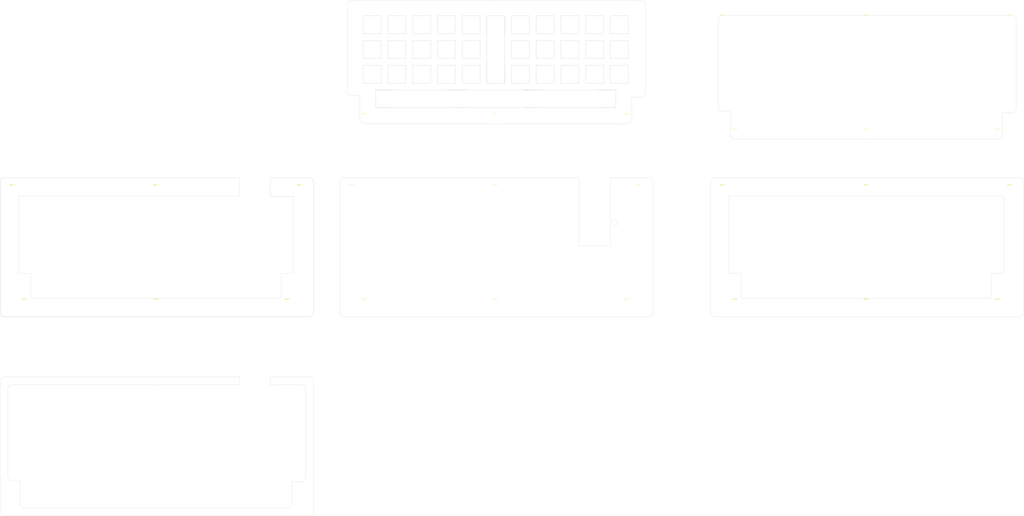
<source format=kicad_pcb>
(kicad_pcb (version 20171130) (host pcbnew "(5.1.4)-1")

  (general
    (thickness 1.6)
    (drawings 262)
    (tracks 0)
    (zones 0)
    (modules 60)
    (nets 1)
  )

  (page A4)
  (layers
    (0 F.Cu signal hide)
    (31 B.Cu signal hide)
    (32 B.Adhes user hide)
    (33 F.Adhes user hide)
    (34 B.Paste user hide)
    (35 F.Paste user hide)
    (36 B.SilkS user hide)
    (37 F.SilkS user hide)
    (38 B.Mask user)
    (39 F.Mask user hide)
    (40 Dwgs.User user hide)
    (41 Cmts.User user hide)
    (42 Eco1.User user hide)
    (43 Eco2.User user hide)
    (44 Edge.Cuts user)
    (45 Margin user hide)
    (46 B.CrtYd user hide)
    (47 F.CrtYd user hide)
    (48 B.Fab user hide)
    (49 F.Fab user hide)
  )

  (setup
    (last_trace_width 0.25)
    (trace_clearance 0.2)
    (zone_clearance 0.508)
    (zone_45_only no)
    (trace_min 0.2)
    (via_size 0.8)
    (via_drill 0.4)
    (via_min_size 0.4)
    (via_min_drill 0.3)
    (uvia_size 0.3)
    (uvia_drill 0.1)
    (uvias_allowed no)
    (uvia_min_size 0.2)
    (uvia_min_drill 0.1)
    (edge_width 0.15)
    (segment_width 0.2)
    (pcb_text_width 0.3)
    (pcb_text_size 1.5 1.5)
    (mod_edge_width 0.12)
    (mod_text_size 1 1)
    (mod_text_width 0.15)
    (pad_size 3.5 3.5)
    (pad_drill 3.5)
    (pad_to_mask_clearance 0.051)
    (solder_mask_min_width 0.25)
    (aux_axis_origin 0 0)
    (visible_elements 7FFFF7FF)
    (pcbplotparams
      (layerselection 0x010fc_ffffffff)
      (usegerberextensions false)
      (usegerberattributes false)
      (usegerberadvancedattributes false)
      (creategerberjobfile false)
      (excludeedgelayer true)
      (linewidth 0.100000)
      (plotframeref false)
      (viasonmask false)
      (mode 1)
      (useauxorigin false)
      (hpglpennumber 1)
      (hpglpenspeed 20)
      (hpglpendiameter 15.000000)
      (psnegative false)
      (psa4output false)
      (plotreference true)
      (plotvalue true)
      (plotinvisibletext false)
      (padsonsilk false)
      (subtractmaskfromsilk false)
      (outputformat 1)
      (mirror false)
      (drillshape 1)
      (scaleselection 1)
      (outputdirectory ""))
  )

  (net 0 "")

  (net_class Default "This is the default net class."
    (clearance 0.2)
    (trace_width 0.25)
    (via_dia 0.8)
    (via_drill 0.4)
    (uvia_dia 0.3)
    (uvia_drill 0.1)
  )

  (module MountingHole:MountingHole_3.2mm_M3_ISO7380 (layer F.Cu) (tedit 56D1B4CB) (tstamp 6052F95C)
    (at 556.02421 391.71727)
    (descr "Mounting Hole 3.2mm, no annular, M3, ISO7380")
    (tags "mounting hole 3.2mm no annular m3 iso7380")
    (attr virtual)
    (fp_text reference REF** (at 0 -3.85) (layer F.SilkS)
      (effects (font (size 1 1) (thickness 0.15)))
    )
    (fp_text value MountingHole_3.2mm_M3_ISO7380 (at 0 3.85) (layer F.Fab)
      (effects (font (size 1 1) (thickness 0.15)))
    )
    (fp_circle (center 0 0) (end 3.1 0) (layer F.CrtYd) (width 0.05))
    (fp_circle (center 0 0) (end 2.85 0) (layer Cmts.User) (width 0.15))
    (fp_text user %R (at 0.3 0) (layer F.Fab)
      (effects (font (size 1 1) (thickness 0.15)))
    )
    (pad 1 np_thru_hole circle (at 0 0) (size 3.2 3.2) (drill 3.2) (layers *.Cu *.Mask))
  )

  (module MountingHole:MountingHole_3.2mm_M3_ISO7380 (layer F.Cu) (tedit 56D1B4CB) (tstamp 6052F955)
    (at 666.7528 479.82389)
    (descr "Mounting Hole 3.2mm, no annular, M3, ISO7380")
    (tags "mounting hole 3.2mm no annular m3 iso7380")
    (attr virtual)
    (fp_text reference REF** (at 0 -3.85) (layer F.SilkS)
      (effects (font (size 1 1) (thickness 0.15)))
    )
    (fp_text value MountingHole_3.2mm_M3_ISO7380 (at 0 3.85) (layer F.Fab)
      (effects (font (size 1 1) (thickness 0.15)))
    )
    (fp_circle (center 0 0) (end 3.1 0) (layer F.CrtYd) (width 0.05))
    (fp_circle (center 0 0) (end 2.85 0) (layer Cmts.User) (width 0.15))
    (fp_text user %R (at 0.3 0) (layer F.Fab)
      (effects (font (size 1 1) (thickness 0.15)))
    )
    (pad 1 np_thru_hole circle (at 0 0) (size 3.2 3.2) (drill 3.2) (layers *.Cu *.Mask))
  )

  (module MountingHole:MountingHole_3.2mm_M3_ISO7380 (layer F.Cu) (tedit 56D1B4CB) (tstamp 6053A6F9)
    (at 556.02421 522.68657)
    (descr "Mounting Hole 3.2mm, no annular, M3, ISO7380")
    (tags "mounting hole 3.2mm no annular m3 iso7380")
    (attr virtual)
    (fp_text reference REF** (at 0 -3.85) (layer F.SilkS)
      (effects (font (size 1 1) (thickness 0.15)))
    )
    (fp_text value MountingHole_3.2mm_M3_ISO7380 (at 0 3.85) (layer F.Fab)
      (effects (font (size 1 1) (thickness 0.15)))
    )
    (fp_circle (center 0 0) (end 3.1 0) (layer F.CrtYd) (width 0.05))
    (fp_circle (center 0 0) (end 2.85 0) (layer Cmts.User) (width 0.15))
    (fp_text user %R (at 0.3 0) (layer F.Fab)
      (effects (font (size 1 1) (thickness 0.15)))
    )
    (pad 1 np_thru_hole circle (at 0 0) (size 3.2 3.2) (drill 3.2) (layers *.Cu *.Mask))
  )

  (module MountingHole:MountingHole_3.2mm_M3_ISO7380 (layer F.Cu) (tedit 56D1B4CB) (tstamp 6052F37D)
    (at 270.27301 522.68657)
    (descr "Mounting Hole 3.2mm, no annular, M3, ISO7380")
    (tags "mounting hole 3.2mm no annular m3 iso7380")
    (attr virtual)
    (fp_text reference REF** (at 0 -3.85) (layer F.SilkS)
      (effects (font (size 1 1) (thickness 0.15)))
    )
    (fp_text value MountingHole_3.2mm_M3_ISO7380 (at 0 3.85) (layer F.Fab)
      (effects (font (size 1 1) (thickness 0.15)))
    )
    (fp_circle (center 0 0) (end 3.1 0) (layer F.CrtYd) (width 0.05))
    (fp_circle (center 0 0) (end 2.85 0) (layer Cmts.User) (width 0.15))
    (fp_text user %R (at 0.3 0) (layer F.Fab)
      (effects (font (size 1 1) (thickness 0.15)))
    )
    (pad 1 np_thru_hole circle (at 0 0) (size 3.2 3.2) (drill 3.2) (layers *.Cu *.Mask))
  )

  (module MountingHole:MountingHole_3.2mm_M3_ISO7380 (layer F.Cu) (tedit 56D1B4CB) (tstamp 6053A700)
    (at 777.48139 522.68657)
    (descr "Mounting Hole 3.2mm, no annular, M3, ISO7380")
    (tags "mounting hole 3.2mm no annular m3 iso7380")
    (attr virtual)
    (fp_text reference REF** (at 0 -3.85) (layer F.SilkS)
      (effects (font (size 1 1) (thickness 0.15)))
    )
    (fp_text value MountingHole_3.2mm_M3_ISO7380 (at 0 3.85) (layer F.Fab)
      (effects (font (size 1 1) (thickness 0.15)))
    )
    (fp_circle (center 0 0) (end 3.1 0) (layer F.CrtYd) (width 0.05))
    (fp_circle (center 0 0) (end 2.85 0) (layer Cmts.User) (width 0.15))
    (fp_text user %R (at 0.3 0) (layer F.Fab)
      (effects (font (size 1 1) (thickness 0.15)))
    )
    (pad 1 np_thru_hole circle (at 0 0) (size 3.2 3.2) (drill 3.2) (layers *.Cu *.Mask))
  )

  (module MountingHole:MountingHole_3.2mm_M3_ISO7380 (layer F.Cu) (tedit 56D1B4CB) (tstamp 6053A6F2)
    (at 565.54925 610.79319)
    (descr "Mounting Hole 3.2mm, no annular, M3, ISO7380")
    (tags "mounting hole 3.2mm no annular m3 iso7380")
    (attr virtual)
    (fp_text reference REF** (at 0 -3.85) (layer F.SilkS)
      (effects (font (size 1 1) (thickness 0.15)))
    )
    (fp_text value MountingHole_3.2mm_M3_ISO7380 (at 0 3.85) (layer F.Fab)
      (effects (font (size 1 1) (thickness 0.15)))
    )
    (fp_circle (center 0 0) (end 3.1 0) (layer F.CrtYd) (width 0.05))
    (fp_circle (center 0 0) (end 2.85 0) (layer Cmts.User) (width 0.15))
    (fp_text user %R (at 0.3 0) (layer F.Fab)
      (effects (font (size 1 1) (thickness 0.15)))
    )
    (pad 1 np_thru_hole circle (at 0 0) (size 3.2 3.2) (drill 3.2) (layers *.Cu *.Mask))
  )

  (module MountingHole:MountingHole_3.2mm_M3_ISO7380 (layer F.Cu) (tedit 56D1B4CB) (tstamp 6052EE59)
    (at 220.26655 610.79319)
    (descr "Mounting Hole 3.2mm, no annular, M3, ISO7380")
    (tags "mounting hole 3.2mm no annular m3 iso7380")
    (attr virtual)
    (fp_text reference REF** (at 0 -3.85) (layer F.SilkS)
      (effects (font (size 1 1) (thickness 0.15)))
    )
    (fp_text value MountingHole_3.2mm_M3_ISO7380 (at 0 3.85) (layer F.Fab)
      (effects (font (size 1 1) (thickness 0.15)))
    )
    (fp_circle (center 0 0) (end 3.1 0) (layer F.CrtYd) (width 0.05))
    (fp_circle (center 0 0) (end 2.85 0) (layer Cmts.User) (width 0.15))
    (fp_text user %R (at 0.3 0) (layer F.Fab)
      (effects (font (size 1 1) (thickness 0.15)))
    )
    (pad 1 np_thru_hole circle (at 0 0) (size 3.2 3.2) (drill 3.2) (layers *.Cu *.Mask))
  )

  (module MountingHole:MountingHole_3.2mm_M3_ISO7380 (layer F.Cu) (tedit 56D1B4CB) (tstamp 6052F392)
    (at 381.0016 610.79319)
    (descr "Mounting Hole 3.2mm, no annular, M3, ISO7380")
    (tags "mounting hole 3.2mm no annular m3 iso7380")
    (attr virtual)
    (fp_text reference REF** (at 0 -3.85) (layer F.SilkS)
      (effects (font (size 1 1) (thickness 0.15)))
    )
    (fp_text value MountingHole_3.2mm_M3_ISO7380 (at 0 3.85) (layer F.Fab)
      (effects (font (size 1 1) (thickness 0.15)))
    )
    (fp_circle (center 0 0) (end 3.1 0) (layer F.CrtYd) (width 0.05))
    (fp_circle (center 0 0) (end 2.85 0) (layer Cmts.User) (width 0.15))
    (fp_text user %R (at 0.3 0) (layer F.Fab)
      (effects (font (size 1 1) (thickness 0.15)))
    )
    (pad 1 np_thru_hole circle (at 0 0) (size 3.2 3.2) (drill 3.2) (layers *.Cu *.Mask))
  )

  (module MountingHole:MountingHole_3.2mm_M3_ISO7380 (layer F.Cu) (tedit 56D1B4CB) (tstamp 6052F38B)
    (at 491.73019 522.68657)
    (descr "Mounting Hole 3.2mm, no annular, M3, ISO7380")
    (tags "mounting hole 3.2mm no annular m3 iso7380")
    (attr virtual)
    (fp_text reference REF** (at 0 -3.85) (layer F.SilkS)
      (effects (font (size 1 1) (thickness 0.15)))
    )
    (fp_text value MountingHole_3.2mm_M3_ISO7380 (at 0 3.85) (layer F.Fab)
      (effects (font (size 1 1) (thickness 0.15)))
    )
    (fp_circle (center 0 0) (end 3.1 0) (layer F.CrtYd) (width 0.05))
    (fp_circle (center 0 0) (end 2.85 0) (layer Cmts.User) (width 0.15))
    (fp_text user %R (at 0.3 0) (layer F.Fab)
      (effects (font (size 1 1) (thickness 0.15)))
    )
    (pad 1 np_thru_hole circle (at 0 0) (size 3.2 3.2) (drill 3.2) (layers *.Cu *.Mask))
  )

  (module MountingHole:MountingHole_3.2mm_M3_ISO7380 (layer F.Cu) (tedit 56D1B4CB) (tstamp 6052EE52)
    (at 17.85945 610.79319)
    (descr "Mounting Hole 3.2mm, no annular, M3, ISO7380")
    (tags "mounting hole 3.2mm no annular m3 iso7380")
    (attr virtual)
    (fp_text reference REF** (at 0 -3.85) (layer F.SilkS)
      (effects (font (size 1 1) (thickness 0.15)))
    )
    (fp_text value MountingHole_3.2mm_M3_ISO7380 (at 0 3.85) (layer F.Fab)
      (effects (font (size 1 1) (thickness 0.15)))
    )
    (fp_circle (center 0 0) (end 3.1 0) (layer F.CrtYd) (width 0.05))
    (fp_circle (center 0 0) (end 2.85 0) (layer Cmts.User) (width 0.15))
    (fp_text user %R (at 0.3 0) (layer F.Fab)
      (effects (font (size 1 1) (thickness 0.15)))
    )
    (pad 1 np_thru_hole circle (at 0 0) (size 3.2 3.2) (drill 3.2) (layers *.Cu *.Mask))
  )

  (module MountingHole:MountingHole_3.2mm_M3_ISO7380 (layer F.Cu) (tedit 56D1B4CB) (tstamp 6053AB99)
    (at 666.7528 610.79319)
    (descr "Mounting Hole 3.2mm, no annular, M3, ISO7380")
    (tags "mounting hole 3.2mm no annular m3 iso7380")
    (attr virtual)
    (fp_text reference REF** (at 0 -3.85) (layer F.SilkS)
      (effects (font (size 1 1) (thickness 0.15)))
    )
    (fp_text value MountingHole_3.2mm_M3_ISO7380 (at 0 3.85) (layer F.Fab)
      (effects (font (size 1 1) (thickness 0.15)))
    )
    (fp_circle (center 0 0) (end 3.1 0) (layer F.CrtYd) (width 0.05))
    (fp_circle (center 0 0) (end 2.85 0) (layer Cmts.User) (width 0.15))
    (fp_text user %R (at 0.3 0) (layer F.Fab)
      (effects (font (size 1 1) (thickness 0.15)))
    )
    (pad 1 np_thru_hole circle (at 0 0) (size 3.2 3.2) (drill 3.2) (layers *.Cu *.Mask))
  )

  (module MountingHole:MountingHole_3.2mm_M3_ISO7380 (layer F.Cu) (tedit 56D1B4CB) (tstamp 6052EE3D)
    (at 119.063 610.79319)
    (descr "Mounting Hole 3.2mm, no annular, M3, ISO7380")
    (tags "mounting hole 3.2mm no annular m3 iso7380")
    (attr virtual)
    (fp_text reference REF** (at 0 -3.85) (layer F.SilkS)
      (effects (font (size 1 1) (thickness 0.15)))
    )
    (fp_text value MountingHole_3.2mm_M3_ISO7380 (at 0 3.85) (layer F.Fab)
      (effects (font (size 1 1) (thickness 0.15)))
    )
    (fp_circle (center 0 0) (end 3.1 0) (layer F.CrtYd) (width 0.05))
    (fp_circle (center 0 0) (end 2.85 0) (layer Cmts.User) (width 0.15))
    (fp_text user %R (at 0.3 0) (layer F.Fab)
      (effects (font (size 1 1) (thickness 0.15)))
    )
    (pad 1 np_thru_hole circle (at 0 0) (size 3.2 3.2) (drill 3.2) (layers *.Cu *.Mask))
  )

  (module MountingHole:MountingHole_3.2mm_M3_ISO7380 (layer F.Cu) (tedit 56D1B4CB) (tstamp 6053ABA0)
    (at 565.54925 610.79319)
    (descr "Mounting Hole 3.2mm, no annular, M3, ISO7380")
    (tags "mounting hole 3.2mm no annular m3 iso7380")
    (attr virtual)
    (fp_text reference REF** (at 0 -3.85) (layer F.SilkS)
      (effects (font (size 1 1) (thickness 0.15)))
    )
    (fp_text value MountingHole_3.2mm_M3_ISO7380 (at 0 3.85) (layer F.Fab)
      (effects (font (size 1 1) (thickness 0.15)))
    )
    (fp_circle (center 0 0) (end 3.1 0) (layer F.CrtYd) (width 0.05))
    (fp_circle (center 0 0) (end 2.85 0) (layer Cmts.User) (width 0.15))
    (fp_text user %R (at 0.3 0) (layer F.Fab)
      (effects (font (size 1 1) (thickness 0.15)))
    )
    (pad 1 np_thru_hole circle (at 0 0) (size 3.2 3.2) (drill 3.2) (layers *.Cu *.Mask))
  )

  (module MountingHole:MountingHole_3.2mm_M3_ISO7380 (layer F.Cu) (tedit 56D1B4CB) (tstamp 6052EE4B)
    (at 8.33441 522.68657)
    (descr "Mounting Hole 3.2mm, no annular, M3, ISO7380")
    (tags "mounting hole 3.2mm no annular m3 iso7380")
    (attr virtual)
    (fp_text reference REF** (at 0 -3.85) (layer F.SilkS)
      (effects (font (size 1 1) (thickness 0.15)))
    )
    (fp_text value MountingHole_3.2mm_M3_ISO7380 (at 0 3.85) (layer F.Fab)
      (effects (font (size 1 1) (thickness 0.15)))
    )
    (fp_circle (center 0 0) (end 3.1 0) (layer F.CrtYd) (width 0.05))
    (fp_circle (center 0 0) (end 2.85 0) (layer Cmts.User) (width 0.15))
    (fp_text user %R (at 0.3 0) (layer F.Fab)
      (effects (font (size 1 1) (thickness 0.15)))
    )
    (pad 1 np_thru_hole circle (at 0 0) (size 3.2 3.2) (drill 3.2) (layers *.Cu *.Mask))
  )

  (module MountingHole:MountingHole_3.2mm_M3_ISO7380 (layer F.Cu) (tedit 56D1B4CB) (tstamp 6053A707)
    (at 666.7528 522.68657)
    (descr "Mounting Hole 3.2mm, no annular, M3, ISO7380")
    (tags "mounting hole 3.2mm no annular m3 iso7380")
    (attr virtual)
    (fp_text reference REF** (at 0 -3.85) (layer F.SilkS)
      (effects (font (size 1 1) (thickness 0.15)))
    )
    (fp_text value MountingHole_3.2mm_M3_ISO7380 (at 0 3.85) (layer F.Fab)
      (effects (font (size 1 1) (thickness 0.15)))
    )
    (fp_circle (center 0 0) (end 3.1 0) (layer F.CrtYd) (width 0.05))
    (fp_circle (center 0 0) (end 2.85 0) (layer Cmts.User) (width 0.15))
    (fp_text user %R (at 0.3 0) (layer F.Fab)
      (effects (font (size 1 1) (thickness 0.15)))
    )
    (pad 1 np_thru_hole circle (at 0 0) (size 3.2 3.2) (drill 3.2) (layers *.Cu *.Mask))
  )

  (module MountingHole:MountingHole_3.2mm_M3_ISO7380 (layer F.Cu) (tedit 56D1B4CB) (tstamp 6053A70E)
    (at 767.95635 610.79319)
    (descr "Mounting Hole 3.2mm, no annular, M3, ISO7380")
    (tags "mounting hole 3.2mm no annular m3 iso7380")
    (attr virtual)
    (fp_text reference REF** (at 0 -3.85) (layer F.SilkS)
      (effects (font (size 1 1) (thickness 0.15)))
    )
    (fp_text value MountingHole_3.2mm_M3_ISO7380 (at 0 3.85) (layer F.Fab)
      (effects (font (size 1 1) (thickness 0.15)))
    )
    (fp_circle (center 0 0) (end 3.1 0) (layer F.CrtYd) (width 0.05))
    (fp_circle (center 0 0) (end 2.85 0) (layer Cmts.User) (width 0.15))
    (fp_text user %R (at 0.3 0) (layer F.Fab)
      (effects (font (size 1 1) (thickness 0.15)))
    )
    (pad 1 np_thru_hole circle (at 0 0) (size 3.2 3.2) (drill 3.2) (layers *.Cu *.Mask))
  )

  (module MountingHole:MountingHole_3.2mm_M3_ISO7380 (layer F.Cu) (tedit 56D1B4CB) (tstamp 6052EE36)
    (at 229.79159 522.68657)
    (descr "Mounting Hole 3.2mm, no annular, M3, ISO7380")
    (tags "mounting hole 3.2mm no annular m3 iso7380")
    (attr virtual)
    (fp_text reference REF** (at 0 -3.85) (layer F.SilkS)
      (effects (font (size 1 1) (thickness 0.15)))
    )
    (fp_text value MountingHole_3.2mm_M3_ISO7380 (at 0 3.85) (layer F.Fab)
      (effects (font (size 1 1) (thickness 0.15)))
    )
    (fp_circle (center 0 0) (end 3.1 0) (layer F.CrtYd) (width 0.05))
    (fp_circle (center 0 0) (end 2.85 0) (layer Cmts.User) (width 0.15))
    (fp_text user %R (at 0.3 0) (layer F.Fab)
      (effects (font (size 1 1) (thickness 0.15)))
    )
    (pad 1 np_thru_hole circle (at 0 0) (size 3.2 3.2) (drill 3.2) (layers *.Cu *.Mask))
  )

  (module MountingHole:MountingHole_3.2mm_M3_ISO7380 (layer F.Cu) (tedit 56D1B4CB) (tstamp 6052EE44)
    (at 119.063 522.68657)
    (descr "Mounting Hole 3.2mm, no annular, M3, ISO7380")
    (tags "mounting hole 3.2mm no annular m3 iso7380")
    (attr virtual)
    (fp_text reference REF** (at 0 -3.85) (layer F.SilkS)
      (effects (font (size 1 1) (thickness 0.15)))
    )
    (fp_text value MountingHole_3.2mm_M3_ISO7380 (at 0 3.85) (layer F.Fab)
      (effects (font (size 1 1) (thickness 0.15)))
    )
    (fp_circle (center 0 0) (end 3.1 0) (layer F.CrtYd) (width 0.05))
    (fp_circle (center 0 0) (end 2.85 0) (layer Cmts.User) (width 0.15))
    (fp_text user %R (at 0.3 0) (layer F.Fab)
      (effects (font (size 1 1) (thickness 0.15)))
    )
    (pad 1 np_thru_hole circle (at 0 0) (size 3.2 3.2) (drill 3.2) (layers *.Cu *.Mask))
  )

  (module MountingHole:MountingHole_3.2mm_M3_ISO7380 (layer F.Cu) (tedit 56D1B4CB) (tstamp 6053A6EB)
    (at 666.7528 610.79319)
    (descr "Mounting Hole 3.2mm, no annular, M3, ISO7380")
    (tags "mounting hole 3.2mm no annular m3 iso7380")
    (attr virtual)
    (fp_text reference REF** (at 0 -3.85) (layer F.SilkS)
      (effects (font (size 1 1) (thickness 0.15)))
    )
    (fp_text value MountingHole_3.2mm_M3_ISO7380 (at 0 3.85) (layer F.Fab)
      (effects (font (size 1 1) (thickness 0.15)))
    )
    (fp_circle (center 0 0) (end 3.1 0) (layer F.CrtYd) (width 0.05))
    (fp_circle (center 0 0) (end 2.85 0) (layer Cmts.User) (width 0.15))
    (fp_text user %R (at 0.3 0) (layer F.Fab)
      (effects (font (size 1 1) (thickness 0.15)))
    )
    (pad 1 np_thru_hole circle (at 0 0) (size 3.2 3.2) (drill 3.2) (layers *.Cu *.Mask))
  )

  (module MountingHole:MountingHole_3.2mm_M3_ISO7380 (layer F.Cu) (tedit 56D1B4CB) (tstamp 6052F384)
    (at 279.79805 610.79319)
    (descr "Mounting Hole 3.2mm, no annular, M3, ISO7380")
    (tags "mounting hole 3.2mm no annular m3 iso7380")
    (attr virtual)
    (fp_text reference REF** (at 0 -3.85) (layer F.SilkS)
      (effects (font (size 1 1) (thickness 0.15)))
    )
    (fp_text value MountingHole_3.2mm_M3_ISO7380 (at 0 3.85) (layer F.Fab)
      (effects (font (size 1 1) (thickness 0.15)))
    )
    (fp_circle (center 0 0) (end 3.1 0) (layer F.CrtYd) (width 0.05))
    (fp_circle (center 0 0) (end 2.85 0) (layer Cmts.User) (width 0.15))
    (fp_text user %R (at 0.3 0) (layer F.Fab)
      (effects (font (size 1 1) (thickness 0.15)))
    )
    (pad 1 np_thru_hole circle (at 0 0) (size 3.2 3.2) (drill 3.2) (layers *.Cu *.Mask))
  )

  (module MountingHole:MountingHole_3.2mm_M3_ISO7380 (layer F.Cu) (tedit 56D1B4CB) (tstamp 6052F775)
    (at 381.0016 467.91759)
    (descr "Mounting Hole 3.2mm, no annular, M3, ISO7380")
    (tags "mounting hole 3.2mm no annular m3 iso7380")
    (attr virtual)
    (fp_text reference REF** (at 0 -3.85) (layer F.SilkS)
      (effects (font (size 1 1) (thickness 0.15)))
    )
    (fp_text value MountingHole_3.2mm_M3_ISO7380 (at 0 3.85) (layer F.Fab)
      (effects (font (size 1 1) (thickness 0.15)))
    )
    (fp_text user %R (at 0.3 0) (layer F.Fab)
      (effects (font (size 1 1) (thickness 0.15)))
    )
    (fp_circle (center 0 0) (end 2.85 0) (layer Cmts.User) (width 0.15))
    (fp_circle (center 0 0) (end 3.1 0) (layer F.CrtYd) (width 0.05))
    (pad 1 np_thru_hole circle (at 0 0) (size 3.2 3.2) (drill 3.2) (layers *.Cu *.Mask))
  )

  (module MountingHole:MountingHole_3.2mm_M3_ISO7380 (layer F.Cu) (tedit 56D1B4CB) (tstamp 6052F760)
    (at 279.79805 467.91759)
    (descr "Mounting Hole 3.2mm, no annular, M3, ISO7380")
    (tags "mounting hole 3.2mm no annular m3 iso7380")
    (attr virtual)
    (fp_text reference REF** (at 0 -3.85) (layer F.SilkS)
      (effects (font (size 1 1) (thickness 0.15)))
    )
    (fp_text value MountingHole_3.2mm_M3_ISO7380 (at 0 3.85) (layer F.Fab)
      (effects (font (size 1 1) (thickness 0.15)))
    )
    (fp_text user %R (at 0.3 0) (layer F.Fab)
      (effects (font (size 1 1) (thickness 0.15)))
    )
    (fp_circle (center 0 0) (end 2.85 0) (layer Cmts.User) (width 0.15))
    (fp_circle (center 0 0) (end 3.1 0) (layer F.CrtYd) (width 0.05))
    (pad 1 np_thru_hole circle (at 0 0) (size 3.2 3.2) (drill 3.2) (layers *.Cu *.Mask))
  )

  (module MountingHole:MountingHole_3.2mm_M3_ISO7380 (layer F.Cu) (tedit 56D1B4CB) (tstamp 6052F77C)
    (at 270.27301 379.81097)
    (descr "Mounting Hole 3.2mm, no annular, M3, ISO7380")
    (tags "mounting hole 3.2mm no annular m3 iso7380")
    (attr virtual)
    (fp_text reference REF** (at 0 -3.85) (layer F.SilkS)
      (effects (font (size 1 1) (thickness 0.15)))
    )
    (fp_text value MountingHole_3.2mm_M3_ISO7380 (at 0 3.85) (layer F.Fab)
      (effects (font (size 1 1) (thickness 0.15)))
    )
    (fp_text user %R (at 0.3 0) (layer F.Fab)
      (effects (font (size 1 1) (thickness 0.15)))
    )
    (fp_circle (center 0 0) (end 2.85 0) (layer Cmts.User) (width 0.15))
    (fp_circle (center 0 0) (end 3.1 0) (layer F.CrtYd) (width 0.05))
    (pad 1 np_thru_hole circle (at 0 0) (size 3.2 3.2) (drill 3.2) (layers *.Cu *.Mask))
  )

  (module MountingHole:MountingHole_3.2mm_M3_ISO7380 (layer F.Cu) (tedit 56D1B4CB) (tstamp 6052F633)
    (at 666.7528 610.79319)
    (descr "Mounting Hole 3.2mm, no annular, M3, ISO7380")
    (tags "mounting hole 3.2mm no annular m3 iso7380")
    (attr virtual)
    (fp_text reference REF** (at 0 -3.85) (layer F.SilkS)
      (effects (font (size 1 1) (thickness 0.15)))
    )
    (fp_text value MountingHole_3.2mm_M3_ISO7380 (at 0 3.85) (layer F.Fab)
      (effects (font (size 1 1) (thickness 0.15)))
    )
    (fp_text user %R (at 0.3 0) (layer F.Fab)
      (effects (font (size 1 1) (thickness 0.15)))
    )
    (fp_circle (center 0 0) (end 2.85 0) (layer Cmts.User) (width 0.15))
    (fp_circle (center 0 0) (end 3.1 0) (layer F.CrtYd) (width 0.05))
    (pad 1 np_thru_hole circle (at 0 0) (size 3.2 3.2) (drill 3.2) (layers *.Cu *.Mask))
  )

  (module MountingHole:MountingHole_3.2mm_M3_ISO7380 (layer F.Cu) (tedit 56D1B4CB) (tstamp 6052F939)
    (at 767.95635 479.82389)
    (descr "Mounting Hole 3.2mm, no annular, M3, ISO7380")
    (tags "mounting hole 3.2mm no annular m3 iso7380")
    (attr virtual)
    (fp_text reference REF** (at 0 -3.85) (layer F.SilkS)
      (effects (font (size 1 1) (thickness 0.15)))
    )
    (fp_text value MountingHole_3.2mm_M3_ISO7380 (at 0 3.85) (layer F.Fab)
      (effects (font (size 1 1) (thickness 0.15)))
    )
    (fp_circle (center 0 0) (end 3.1 0) (layer F.CrtYd) (width 0.05))
    (fp_circle (center 0 0) (end 2.85 0) (layer Cmts.User) (width 0.15))
    (fp_text user %R (at 0.3 0) (layer F.Fab)
      (effects (font (size 1 1) (thickness 0.15)))
    )
    (pad 1 np_thru_hole circle (at 0 0) (size 3.2 3.2) (drill 3.2) (layers *.Cu *.Mask))
  )

  (module MountingHole:MountingHole_3.2mm_M3_ISO7380 (layer F.Cu) (tedit 56D1B4CB) (tstamp 6052F76E)
    (at 491.73019 379.81097)
    (descr "Mounting Hole 3.2mm, no annular, M3, ISO7380")
    (tags "mounting hole 3.2mm no annular m3 iso7380")
    (attr virtual)
    (fp_text reference REF** (at 0 -3.85) (layer F.SilkS)
      (effects (font (size 1 1) (thickness 0.15)))
    )
    (fp_text value MountingHole_3.2mm_M3_ISO7380 (at 0 3.85) (layer F.Fab)
      (effects (font (size 1 1) (thickness 0.15)))
    )
    (fp_text user %R (at 0.3 0) (layer F.Fab)
      (effects (font (size 1 1) (thickness 0.15)))
    )
    (fp_circle (center 0 0) (end 2.85 0) (layer Cmts.User) (width 0.15))
    (fp_circle (center 0 0) (end 3.1 0) (layer F.CrtYd) (width 0.05))
    (pad 1 np_thru_hole circle (at 0 0) (size 3.2 3.2) (drill 3.2) (layers *.Cu *.Mask))
  )

  (module MountingHole:MountingHole_3.2mm_M3_ISO7380 (layer F.Cu) (tedit 56D1B4CB) (tstamp 6052F61E)
    (at 556.02421 522.68657)
    (descr "Mounting Hole 3.2mm, no annular, M3, ISO7380")
    (tags "mounting hole 3.2mm no annular m3 iso7380")
    (attr virtual)
    (fp_text reference REF** (at 0 -3.85) (layer F.SilkS)
      (effects (font (size 1 1) (thickness 0.15)))
    )
    (fp_text value MountingHole_3.2mm_M3_ISO7380 (at 0 3.85) (layer F.Fab)
      (effects (font (size 1 1) (thickness 0.15)))
    )
    (fp_text user %R (at 0.3 0) (layer F.Fab)
      (effects (font (size 1 1) (thickness 0.15)))
    )
    (fp_circle (center 0 0) (end 2.85 0) (layer Cmts.User) (width 0.15))
    (fp_circle (center 0 0) (end 3.1 0) (layer F.CrtYd) (width 0.05))
    (pad 1 np_thru_hole circle (at 0 0) (size 3.2 3.2) (drill 3.2) (layers *.Cu *.Mask))
  )

  (module MountingHole:MountingHole_3.2mm_M3_ISO7380 (layer F.Cu) (tedit 56D1B4CB) (tstamp 6052F767)
    (at 381.0016 379.81097)
    (descr "Mounting Hole 3.2mm, no annular, M3, ISO7380")
    (tags "mounting hole 3.2mm no annular m3 iso7380")
    (attr virtual)
    (fp_text reference REF** (at 0 -3.85) (layer F.SilkS)
      (effects (font (size 1 1) (thickness 0.15)))
    )
    (fp_text value MountingHole_3.2mm_M3_ISO7380 (at 0 3.85) (layer F.Fab)
      (effects (font (size 1 1) (thickness 0.15)))
    )
    (fp_text user %R (at 0.3 0) (layer F.Fab)
      (effects (font (size 1 1) (thickness 0.15)))
    )
    (fp_circle (center 0 0) (end 2.85 0) (layer Cmts.User) (width 0.15))
    (fp_circle (center 0 0) (end 3.1 0) (layer F.CrtYd) (width 0.05))
    (pad 1 np_thru_hole circle (at 0 0) (size 3.2 3.2) (drill 3.2) (layers *.Cu *.Mask))
  )

  (module MountingHole:MountingHole_3.2mm_M3_ISO7380 (layer F.Cu) (tedit 56D1B4CB) (tstamp 6052F617)
    (at 565.54925 610.79319)
    (descr "Mounting Hole 3.2mm, no annular, M3, ISO7380")
    (tags "mounting hole 3.2mm no annular m3 iso7380")
    (attr virtual)
    (fp_text reference REF** (at 0 -3.85) (layer F.SilkS)
      (effects (font (size 1 1) (thickness 0.15)))
    )
    (fp_text value MountingHole_3.2mm_M3_ISO7380 (at 0 3.85) (layer F.Fab)
      (effects (font (size 1 1) (thickness 0.15)))
    )
    (fp_text user %R (at 0.3 0) (layer F.Fab)
      (effects (font (size 1 1) (thickness 0.15)))
    )
    (fp_circle (center 0 0) (end 2.85 0) (layer Cmts.User) (width 0.15))
    (fp_circle (center 0 0) (end 3.1 0) (layer F.CrtYd) (width 0.05))
    (pad 1 np_thru_hole circle (at 0 0) (size 3.2 3.2) (drill 3.2) (layers *.Cu *.Mask))
  )

  (module MountingHole:MountingHole_3.2mm_M3_ISO7380 (layer F.Cu) (tedit 56D1B4CB) (tstamp 6052F625)
    (at 767.95635 610.79319)
    (descr "Mounting Hole 3.2mm, no annular, M3, ISO7380")
    (tags "mounting hole 3.2mm no annular m3 iso7380")
    (attr virtual)
    (fp_text reference REF** (at 0 -3.85) (layer F.SilkS)
      (effects (font (size 1 1) (thickness 0.15)))
    )
    (fp_text value MountingHole_3.2mm_M3_ISO7380 (at 0 3.85) (layer F.Fab)
      (effects (font (size 1 1) (thickness 0.15)))
    )
    (fp_text user %R (at 0.3 0) (layer F.Fab)
      (effects (font (size 1 1) (thickness 0.15)))
    )
    (fp_circle (center 0 0) (end 2.85 0) (layer Cmts.User) (width 0.15))
    (fp_circle (center 0 0) (end 3.1 0) (layer F.CrtYd) (width 0.05))
    (pad 1 np_thru_hole circle (at 0 0) (size 3.2 3.2) (drill 3.2) (layers *.Cu *.Mask))
  )

  (module MountingHole:MountingHole_3.2mm_M3_ISO7380 (layer F.Cu) (tedit 56D1B4CB) (tstamp 6052F610)
    (at 666.7528 522.68657)
    (descr "Mounting Hole 3.2mm, no annular, M3, ISO7380")
    (tags "mounting hole 3.2mm no annular m3 iso7380")
    (attr virtual)
    (fp_text reference REF** (at 0 -3.85) (layer F.SilkS)
      (effects (font (size 1 1) (thickness 0.15)))
    )
    (fp_text value MountingHole_3.2mm_M3_ISO7380 (at 0 3.85) (layer F.Fab)
      (effects (font (size 1 1) (thickness 0.15)))
    )
    (fp_text user %R (at 0.3 0) (layer F.Fab)
      (effects (font (size 1 1) (thickness 0.15)))
    )
    (fp_circle (center 0 0) (end 2.85 0) (layer Cmts.User) (width 0.15))
    (fp_circle (center 0 0) (end 3.1 0) (layer F.CrtYd) (width 0.05))
    (pad 1 np_thru_hole circle (at 0 0) (size 3.2 3.2) (drill 3.2) (layers *.Cu *.Mask))
  )

  (module MountingHole:MountingHole_3.2mm_M3_ISO7380 (layer F.Cu) (tedit 56D1B4CB) (tstamp 6052F3A0)
    (at 482.20515 610.79319)
    (descr "Mounting Hole 3.2mm, no annular, M3, ISO7380")
    (tags "mounting hole 3.2mm no annular m3 iso7380")
    (attr virtual)
    (fp_text reference REF** (at 0 -3.85) (layer F.SilkS)
      (effects (font (size 1 1) (thickness 0.15)))
    )
    (fp_text value MountingHole_3.2mm_M3_ISO7380 (at 0 3.85) (layer F.Fab)
      (effects (font (size 1 1) (thickness 0.15)))
    )
    (fp_circle (center 0 0) (end 3.1 0) (layer F.CrtYd) (width 0.05))
    (fp_circle (center 0 0) (end 2.85 0) (layer Cmts.User) (width 0.15))
    (fp_text user %R (at 0.3 0) (layer F.Fab)
      (effects (font (size 1 1) (thickness 0.15)))
    )
    (pad 1 np_thru_hole circle (at 0 0) (size 3.2 3.2) (drill 3.2) (layers *.Cu *.Mask))
  )

  (module MountingHole:MountingHole_3.2mm_M3_ISO7380 (layer F.Cu) (tedit 56D1B4CB) (tstamp 6052F759)
    (at 482.20515 467.91759)
    (descr "Mounting Hole 3.2mm, no annular, M3, ISO7380")
    (tags "mounting hole 3.2mm no annular m3 iso7380")
    (attr virtual)
    (fp_text reference REF** (at 0 -3.85) (layer F.SilkS)
      (effects (font (size 1 1) (thickness 0.15)))
    )
    (fp_text value MountingHole_3.2mm_M3_ISO7380 (at 0 3.85) (layer F.Fab)
      (effects (font (size 1 1) (thickness 0.15)))
    )
    (fp_text user %R (at 0.3 0) (layer F.Fab)
      (effects (font (size 1 1) (thickness 0.15)))
    )
    (fp_circle (center 0 0) (end 2.85 0) (layer Cmts.User) (width 0.15))
    (fp_circle (center 0 0) (end 3.1 0) (layer F.CrtYd) (width 0.05))
    (pad 1 np_thru_hole circle (at 0 0) (size 3.2 3.2) (drill 3.2) (layers *.Cu *.Mask))
  )

  (module MountingHole:MountingHole_3.2mm_M3_ISO7380 (layer F.Cu) (tedit 56D1B4CB) (tstamp 6052F94E)
    (at 777.48139 391.71727)
    (descr "Mounting Hole 3.2mm, no annular, M3, ISO7380")
    (tags "mounting hole 3.2mm no annular m3 iso7380")
    (attr virtual)
    (fp_text reference REF** (at 0 -3.85) (layer F.SilkS)
      (effects (font (size 1 1) (thickness 0.15)))
    )
    (fp_text value MountingHole_3.2mm_M3_ISO7380 (at 0 3.85) (layer F.Fab)
      (effects (font (size 1 1) (thickness 0.15)))
    )
    (fp_circle (center 0 0) (end 3.1 0) (layer F.CrtYd) (width 0.05))
    (fp_circle (center 0 0) (end 2.85 0) (layer Cmts.User) (width 0.15))
    (fp_text user %R (at 0.3 0) (layer F.Fab)
      (effects (font (size 1 1) (thickness 0.15)))
    )
    (pad 1 np_thru_hole circle (at 0 0) (size 3.2 3.2) (drill 3.2) (layers *.Cu *.Mask))
  )

  (module MountingHole:MountingHole_3.2mm_M3_ISO7380 (layer F.Cu) (tedit 56D1B4CB) (tstamp 6052F62C)
    (at 777.48139 522.68657)
    (descr "Mounting Hole 3.2mm, no annular, M3, ISO7380")
    (tags "mounting hole 3.2mm no annular m3 iso7380")
    (attr virtual)
    (fp_text reference REF** (at 0 -3.85) (layer F.SilkS)
      (effects (font (size 1 1) (thickness 0.15)))
    )
    (fp_text value MountingHole_3.2mm_M3_ISO7380 (at 0 3.85) (layer F.Fab)
      (effects (font (size 1 1) (thickness 0.15)))
    )
    (fp_text user %R (at 0.3 0) (layer F.Fab)
      (effects (font (size 1 1) (thickness 0.15)))
    )
    (fp_circle (center 0 0) (end 2.85 0) (layer Cmts.User) (width 0.15))
    (fp_circle (center 0 0) (end 3.1 0) (layer F.CrtYd) (width 0.05))
    (pad 1 np_thru_hole circle (at 0 0) (size 3.2 3.2) (drill 3.2) (layers *.Cu *.Mask))
  )

  (module MountingHole:MountingHole_3.2mm_M3_ISO7380 (layer F.Cu) (tedit 56D1B4CB) (tstamp 6052F940)
    (at 666.7528 391.71727)
    (descr "Mounting Hole 3.2mm, no annular, M3, ISO7380")
    (tags "mounting hole 3.2mm no annular m3 iso7380")
    (attr virtual)
    (fp_text reference REF** (at 0 -3.85) (layer F.SilkS)
      (effects (font (size 1 1) (thickness 0.15)))
    )
    (fp_text value MountingHole_3.2mm_M3_ISO7380 (at 0 3.85) (layer F.Fab)
      (effects (font (size 1 1) (thickness 0.15)))
    )
    (fp_circle (center 0 0) (end 3.1 0) (layer F.CrtYd) (width 0.05))
    (fp_circle (center 0 0) (end 2.85 0) (layer Cmts.User) (width 0.15))
    (fp_text user %R (at 0.3 0) (layer F.Fab)
      (effects (font (size 1 1) (thickness 0.15)))
    )
    (pad 1 np_thru_hole circle (at 0 0) (size 3.2 3.2) (drill 3.2) (layers *.Cu *.Mask))
  )

  (module MountingHole:MountingHole_3.2mm_M3_ISO7380 (layer F.Cu) (tedit 56D1B4CB) (tstamp 6052F399)
    (at 381.0016 522.68657)
    (descr "Mounting Hole 3.2mm, no annular, M3, ISO7380")
    (tags "mounting hole 3.2mm no annular m3 iso7380")
    (attr virtual)
    (fp_text reference REF** (at 0 -3.85) (layer F.SilkS)
      (effects (font (size 1 1) (thickness 0.15)))
    )
    (fp_text value MountingHole_3.2mm_M3_ISO7380 (at 0 3.85) (layer F.Fab)
      (effects (font (size 1 1) (thickness 0.15)))
    )
    (fp_circle (center 0 0) (end 3.1 0) (layer F.CrtYd) (width 0.05))
    (fp_circle (center 0 0) (end 2.85 0) (layer Cmts.User) (width 0.15))
    (fp_text user %R (at 0.3 0) (layer F.Fab)
      (effects (font (size 1 1) (thickness 0.15)))
    )
    (pad 1 np_thru_hole circle (at 0 0) (size 3.2 3.2) (drill 3.2) (layers *.Cu *.Mask))
  )

  (module MountingHole:MountingHole_3.2mm_M3_ISO7380 (layer F.Cu) (tedit 56D1B4CB) (tstamp 6052F947)
    (at 565.54925 479.82389)
    (descr "Mounting Hole 3.2mm, no annular, M3, ISO7380")
    (tags "mounting hole 3.2mm no annular m3 iso7380")
    (attr virtual)
    (fp_text reference REF** (at 0 -3.85) (layer F.SilkS)
      (effects (font (size 1 1) (thickness 0.15)))
    )
    (fp_text value MountingHole_3.2mm_M3_ISO7380 (at 0 3.85) (layer F.Fab)
      (effects (font (size 1 1) (thickness 0.15)))
    )
    (fp_circle (center 0 0) (end 3.1 0) (layer F.CrtYd) (width 0.05))
    (fp_circle (center 0 0) (end 2.85 0) (layer Cmts.User) (width 0.15))
    (fp_text user %R (at 0.3 0) (layer F.Fab)
      (effects (font (size 1 1) (thickness 0.15)))
    )
    (pad 1 np_thru_hole circle (at 0 0) (size 3.2 3.2) (drill 3.2) (layers *.Cu *.Mask))
  )

  (module MountingHole:MountingHole_3.2mm_M3_ISO7380 (layer F.Cu) (tedit 56D1B4CB) (tstamp 6053AF4B)
    (at 119.063 610.79319)
    (descr "Mounting Hole 3.2mm, no annular, M3, ISO7380")
    (tags "mounting hole 3.2mm no annular m3 iso7380")
    (attr virtual)
    (fp_text reference REF** (at 0 -3.85) (layer F.SilkS)
      (effects (font (size 1 1) (thickness 0.15)))
    )
    (fp_text value MountingHole_3.2mm_M3_ISO7380 (at 0 3.85) (layer F.Fab)
      (effects (font (size 1 1) (thickness 0.15)))
    )
    (fp_text user %R (at 0.3 0) (layer F.Fab)
      (effects (font (size 1 1) (thickness 0.15)))
    )
    (fp_circle (center 0 0) (end 2.85 0) (layer Cmts.User) (width 0.15))
    (fp_circle (center 0 0) (end 3.1 0) (layer F.CrtYd) (width 0.05))
    (pad 1 np_thru_hole circle (at 0 0) (size 3.2 3.2) (drill 3.2) (layers *.Cu *.Mask))
  )

  (module MountingHole:MountingHole_3.2mm_M3_ISO7380 (layer F.Cu) (tedit 56D1B4CB) (tstamp 6053AF60)
    (at 220.26655 610.79319)
    (descr "Mounting Hole 3.2mm, no annular, M3, ISO7380")
    (tags "mounting hole 3.2mm no annular m3 iso7380")
    (attr virtual)
    (fp_text reference REF** (at 0 -3.85) (layer F.SilkS)
      (effects (font (size 1 1) (thickness 0.15)))
    )
    (fp_text value MountingHole_3.2mm_M3_ISO7380 (at 0 3.85) (layer F.Fab)
      (effects (font (size 1 1) (thickness 0.15)))
    )
    (fp_text user %R (at 0.3 0) (layer F.Fab)
      (effects (font (size 1 1) (thickness 0.15)))
    )
    (fp_circle (center 0 0) (end 2.85 0) (layer Cmts.User) (width 0.15))
    (fp_circle (center 0 0) (end 3.1 0) (layer F.CrtYd) (width 0.05))
    (pad 1 np_thru_hole circle (at 0 0) (size 3.2 3.2) (drill 3.2) (layers *.Cu *.Mask))
  )

  (module MountingHole:MountingHole_3.2mm_M3_ISO7380 (layer F.Cu) (tedit 56D1B4CB) (tstamp 6053AF52)
    (at 17.85945 610.79319)
    (descr "Mounting Hole 3.2mm, no annular, M3, ISO7380")
    (tags "mounting hole 3.2mm no annular m3 iso7380")
    (attr virtual)
    (fp_text reference REF** (at 0 -3.85) (layer F.SilkS)
      (effects (font (size 1 1) (thickness 0.15)))
    )
    (fp_text value MountingHole_3.2mm_M3_ISO7380 (at 0 3.85) (layer F.Fab)
      (effects (font (size 1 1) (thickness 0.15)))
    )
    (fp_text user %R (at 0.3 0) (layer F.Fab)
      (effects (font (size 1 1) (thickness 0.15)))
    )
    (fp_circle (center 0 0) (end 2.85 0) (layer Cmts.User) (width 0.15))
    (fp_circle (center 0 0) (end 3.1 0) (layer F.CrtYd) (width 0.05))
    (pad 1 np_thru_hole circle (at 0 0) (size 3.2 3.2) (drill 3.2) (layers *.Cu *.Mask))
  )

  (module MountingHole:MountingHole_3.2mm_M3_ISO7380 (layer F.Cu) (tedit 56D1B4CB) (tstamp 6053AF6E)
    (at 119.063 610.79319)
    (descr "Mounting Hole 3.2mm, no annular, M3, ISO7380")
    (tags "mounting hole 3.2mm no annular m3 iso7380")
    (attr virtual)
    (fp_text reference REF** (at 0 -3.85) (layer F.SilkS)
      (effects (font (size 1 1) (thickness 0.15)))
    )
    (fp_text value MountingHole_3.2mm_M3_ISO7380 (at 0 3.85) (layer F.Fab)
      (effects (font (size 1 1) (thickness 0.15)))
    )
    (fp_circle (center 0 0) (end 3.1 0) (layer F.CrtYd) (width 0.05))
    (fp_circle (center 0 0) (end 2.85 0) (layer Cmts.User) (width 0.15))
    (fp_text user %R (at 0.3 0) (layer F.Fab)
      (effects (font (size 1 1) (thickness 0.15)))
    )
    (pad 1 np_thru_hole circle (at 0 0) (size 3.2 3.2) (drill 3.2) (layers *.Cu *.Mask))
  )

  (module MountingHole:MountingHole_3.2mm_M3_ISO7380 (layer F.Cu) (tedit 56D1B4CB) (tstamp 6053AF91)
    (at 229.79159 522.68657)
    (descr "Mounting Hole 3.2mm, no annular, M3, ISO7380")
    (tags "mounting hole 3.2mm no annular m3 iso7380")
    (attr virtual)
    (fp_text reference REF** (at 0 -3.85) (layer F.SilkS)
      (effects (font (size 1 1) (thickness 0.15)))
    )
    (fp_text value MountingHole_3.2mm_M3_ISO7380 (at 0 3.85) (layer F.Fab)
      (effects (font (size 1 1) (thickness 0.15)))
    )
    (fp_circle (center 0 0) (end 3.1 0) (layer F.CrtYd) (width 0.05))
    (fp_circle (center 0 0) (end 2.85 0) (layer Cmts.User) (width 0.15))
    (fp_text user %R (at 0.3 0) (layer F.Fab)
      (effects (font (size 1 1) (thickness 0.15)))
    )
    (pad 1 np_thru_hole circle (at 0 0) (size 3.2 3.2) (drill 3.2) (layers *.Cu *.Mask))
  )

  (module MountingHole:MountingHole_3.2mm_M3_ISO7380 (layer F.Cu) (tedit 56D1B4CB) (tstamp 6053AF83)
    (at 220.26655 610.79319)
    (descr "Mounting Hole 3.2mm, no annular, M3, ISO7380")
    (tags "mounting hole 3.2mm no annular m3 iso7380")
    (attr virtual)
    (fp_text reference REF** (at 0 -3.85) (layer F.SilkS)
      (effects (font (size 1 1) (thickness 0.15)))
    )
    (fp_text value MountingHole_3.2mm_M3_ISO7380 (at 0 3.85) (layer F.Fab)
      (effects (font (size 1 1) (thickness 0.15)))
    )
    (fp_circle (center 0 0) (end 3.1 0) (layer F.CrtYd) (width 0.05))
    (fp_circle (center 0 0) (end 2.85 0) (layer Cmts.User) (width 0.15))
    (fp_text user %R (at 0.3 0) (layer F.Fab)
      (effects (font (size 1 1) (thickness 0.15)))
    )
    (pad 1 np_thru_hole circle (at 0 0) (size 3.2 3.2) (drill 3.2) (layers *.Cu *.Mask))
  )

  (module MountingHole:MountingHole_3.2mm_M3_ISO7380 (layer F.Cu) (tedit 56D1B4CB) (tstamp 6053AF75)
    (at 8.33441 522.68657)
    (descr "Mounting Hole 3.2mm, no annular, M3, ISO7380")
    (tags "mounting hole 3.2mm no annular m3 iso7380")
    (attr virtual)
    (fp_text reference REF** (at 0 -3.85) (layer F.SilkS)
      (effects (font (size 1 1) (thickness 0.15)))
    )
    (fp_text value MountingHole_3.2mm_M3_ISO7380 (at 0 3.85) (layer F.Fab)
      (effects (font (size 1 1) (thickness 0.15)))
    )
    (fp_circle (center 0 0) (end 3.1 0) (layer F.CrtYd) (width 0.05))
    (fp_circle (center 0 0) (end 2.85 0) (layer Cmts.User) (width 0.15))
    (fp_text user %R (at 0.3 0) (layer F.Fab)
      (effects (font (size 1 1) (thickness 0.15)))
    )
    (pad 1 np_thru_hole circle (at 0 0) (size 3.2 3.2) (drill 3.2) (layers *.Cu *.Mask))
  )

  (module MountingHole:MountingHole_3.2mm_M3_ISO7380 (layer F.Cu) (tedit 56D1B4CB) (tstamp 6053AFB6)
    (at 8.33441 522.68657)
    (descr "Mounting Hole 3.2mm, no annular, M3, ISO7380")
    (tags "mounting hole 3.2mm no annular m3 iso7380")
    (attr virtual)
    (fp_text reference REF** (at 0 -3.85) (layer F.SilkS)
      (effects (font (size 1 1) (thickness 0.15)))
    )
    (fp_text value MountingHole_3.2mm_M3_ISO7380 (at 0 3.85) (layer F.Fab)
      (effects (font (size 1 1) (thickness 0.15)))
    )
    (fp_text user %R (at 0.3 0) (layer F.Fab)
      (effects (font (size 1 1) (thickness 0.15)))
    )
    (fp_circle (center 0 0) (end 2.85 0) (layer Cmts.User) (width 0.15))
    (fp_circle (center 0 0) (end 3.1 0) (layer F.CrtYd) (width 0.05))
    (pad 1 np_thru_hole circle (at 0 0) (size 3.2 3.2) (drill 3.2) (layers *.Cu *.Mask))
  )

  (module MountingHole:MountingHole_3.2mm_M3_ISO7380 (layer F.Cu) (tedit 56D1B4CB) (tstamp 6053AFA8)
    (at 119.063 522.68657)
    (descr "Mounting Hole 3.2mm, no annular, M3, ISO7380")
    (tags "mounting hole 3.2mm no annular m3 iso7380")
    (attr virtual)
    (fp_text reference REF** (at 0 -3.85) (layer F.SilkS)
      (effects (font (size 1 1) (thickness 0.15)))
    )
    (fp_text value MountingHole_3.2mm_M3_ISO7380 (at 0 3.85) (layer F.Fab)
      (effects (font (size 1 1) (thickness 0.15)))
    )
    (fp_text user %R (at 0.3 0) (layer F.Fab)
      (effects (font (size 1 1) (thickness 0.15)))
    )
    (fp_circle (center 0 0) (end 2.85 0) (layer Cmts.User) (width 0.15))
    (fp_circle (center 0 0) (end 3.1 0) (layer F.CrtYd) (width 0.05))
    (pad 1 np_thru_hole circle (at 0 0) (size 3.2 3.2) (drill 3.2) (layers *.Cu *.Mask))
  )

  (module MountingHole:MountingHole_3.2mm_M3_ISO7380 (layer F.Cu) (tedit 56D1B4CB) (tstamp 6053AFBD)
    (at 229.79159 522.68657)
    (descr "Mounting Hole 3.2mm, no annular, M3, ISO7380")
    (tags "mounting hole 3.2mm no annular m3 iso7380")
    (attr virtual)
    (fp_text reference REF** (at 0 -3.85) (layer F.SilkS)
      (effects (font (size 1 1) (thickness 0.15)))
    )
    (fp_text value MountingHole_3.2mm_M3_ISO7380 (at 0 3.85) (layer F.Fab)
      (effects (font (size 1 1) (thickness 0.15)))
    )
    (fp_text user %R (at 0.3 0) (layer F.Fab)
      (effects (font (size 1 1) (thickness 0.15)))
    )
    (fp_circle (center 0 0) (end 2.85 0) (layer Cmts.User) (width 0.15))
    (fp_circle (center 0 0) (end 3.1 0) (layer F.CrtYd) (width 0.05))
    (pad 1 np_thru_hole circle (at 0 0) (size 3.2 3.2) (drill 3.2) (layers *.Cu *.Mask))
  )

  (module MountingHole:MountingHole_3.2mm_M3_ISO7380 (layer F.Cu) (tedit 56D1B4CB) (tstamp 6053AF59)
    (at 119.063 522.68657)
    (descr "Mounting Hole 3.2mm, no annular, M3, ISO7380")
    (tags "mounting hole 3.2mm no annular m3 iso7380")
    (attr virtual)
    (fp_text reference REF** (at 0 -3.85) (layer F.SilkS)
      (effects (font (size 1 1) (thickness 0.15)))
    )
    (fp_text value MountingHole_3.2mm_M3_ISO7380 (at 0 3.85) (layer F.Fab)
      (effects (font (size 1 1) (thickness 0.15)))
    )
    (fp_text user %R (at 0.3 0) (layer F.Fab)
      (effects (font (size 1 1) (thickness 0.15)))
    )
    (fp_circle (center 0 0) (end 2.85 0) (layer Cmts.User) (width 0.15))
    (fp_circle (center 0 0) (end 3.1 0) (layer F.CrtYd) (width 0.05))
    (pad 1 np_thru_hole circle (at 0 0) (size 3.2 3.2) (drill 3.2) (layers *.Cu *.Mask))
  )

  (module MountingHole:MountingHole_3.2mm_M3_ISO7380 (layer F.Cu) (tedit 56D1B4CB) (tstamp 6053AF7C)
    (at 17.85945 610.79319)
    (descr "Mounting Hole 3.2mm, no annular, M3, ISO7380")
    (tags "mounting hole 3.2mm no annular m3 iso7380")
    (attr virtual)
    (fp_text reference REF** (at 0 -3.85) (layer F.SilkS)
      (effects (font (size 1 1) (thickness 0.15)))
    )
    (fp_text value MountingHole_3.2mm_M3_ISO7380 (at 0 3.85) (layer F.Fab)
      (effects (font (size 1 1) (thickness 0.15)))
    )
    (fp_circle (center 0 0) (end 3.1 0) (layer F.CrtYd) (width 0.05))
    (fp_circle (center 0 0) (end 2.85 0) (layer Cmts.User) (width 0.15))
    (fp_text user %R (at 0.3 0) (layer F.Fab)
      (effects (font (size 1 1) (thickness 0.15)))
    )
    (pad 1 np_thru_hole circle (at 0 0) (size 3.2 3.2) (drill 3.2) (layers *.Cu *.Mask))
  )

  (module MountingHole:MountingHole_3.2mm_M3_ISO7380 (layer F.Cu) (tedit 56D1B4CB) (tstamp 6053AF44)
    (at 17.85945 610.79319)
    (descr "Mounting Hole 3.2mm, no annular, M3, ISO7380")
    (tags "mounting hole 3.2mm no annular m3 iso7380")
    (attr virtual)
    (fp_text reference REF** (at 0 -3.85) (layer F.SilkS)
      (effects (font (size 1 1) (thickness 0.15)))
    )
    (fp_text value MountingHole_3.2mm_M3_ISO7380 (at 0 3.85) (layer F.Fab)
      (effects (font (size 1 1) (thickness 0.15)))
    )
    (fp_text user %R (at 0.3 0) (layer F.Fab)
      (effects (font (size 1 1) (thickness 0.15)))
    )
    (fp_circle (center 0 0) (end 2.85 0) (layer Cmts.User) (width 0.15))
    (fp_circle (center 0 0) (end 3.1 0) (layer F.CrtYd) (width 0.05))
    (pad 1 np_thru_hole circle (at 0 0) (size 3.2 3.2) (drill 3.2) (layers *.Cu *.Mask))
  )

  (module MountingHole:MountingHole_3.2mm_M3_ISO7380 (layer F.Cu) (tedit 56D1B4CB) (tstamp 6053AF8A)
    (at 119.063 522.68657)
    (descr "Mounting Hole 3.2mm, no annular, M3, ISO7380")
    (tags "mounting hole 3.2mm no annular m3 iso7380")
    (attr virtual)
    (fp_text reference REF** (at 0 -3.85) (layer F.SilkS)
      (effects (font (size 1 1) (thickness 0.15)))
    )
    (fp_text value MountingHole_3.2mm_M3_ISO7380 (at 0 3.85) (layer F.Fab)
      (effects (font (size 1 1) (thickness 0.15)))
    )
    (fp_circle (center 0 0) (end 3.1 0) (layer F.CrtYd) (width 0.05))
    (fp_circle (center 0 0) (end 2.85 0) (layer Cmts.User) (width 0.15))
    (fp_text user %R (at 0.3 0) (layer F.Fab)
      (effects (font (size 1 1) (thickness 0.15)))
    )
    (pad 1 np_thru_hole circle (at 0 0) (size 3.2 3.2) (drill 3.2) (layers *.Cu *.Mask))
  )

  (module MountingHole:MountingHole_3.2mm_M3_ISO7380 (layer F.Cu) (tedit 56D1B4CB) (tstamp 6053AF67)
    (at 119.063 610.79319)
    (descr "Mounting Hole 3.2mm, no annular, M3, ISO7380")
    (tags "mounting hole 3.2mm no annular m3 iso7380")
    (attr virtual)
    (fp_text reference REF** (at 0 -3.85) (layer F.SilkS)
      (effects (font (size 1 1) (thickness 0.15)))
    )
    (fp_text value MountingHole_3.2mm_M3_ISO7380 (at 0 3.85) (layer F.Fab)
      (effects (font (size 1 1) (thickness 0.15)))
    )
    (fp_text user %R (at 0.3 0) (layer F.Fab)
      (effects (font (size 1 1) (thickness 0.15)))
    )
    (fp_circle (center 0 0) (end 2.85 0) (layer Cmts.User) (width 0.15))
    (fp_circle (center 0 0) (end 3.1 0) (layer F.CrtYd) (width 0.05))
    (pad 1 np_thru_hole circle (at 0 0) (size 3.2 3.2) (drill 3.2) (layers *.Cu *.Mask))
  )

  (module MountingHole:MountingHole_3.2mm_M3_ISO7380 (layer F.Cu) (tedit 56D1B4CB) (tstamp 6053AFAF)
    (at 220.26655 610.79319)
    (descr "Mounting Hole 3.2mm, no annular, M3, ISO7380")
    (tags "mounting hole 3.2mm no annular m3 iso7380")
    (attr virtual)
    (fp_text reference REF** (at 0 -3.85) (layer F.SilkS)
      (effects (font (size 1 1) (thickness 0.15)))
    )
    (fp_text value MountingHole_3.2mm_M3_ISO7380 (at 0 3.85) (layer F.Fab)
      (effects (font (size 1 1) (thickness 0.15)))
    )
    (fp_text user %R (at 0.3 0) (layer F.Fab)
      (effects (font (size 1 1) (thickness 0.15)))
    )
    (fp_circle (center 0 0) (end 2.85 0) (layer Cmts.User) (width 0.15))
    (fp_circle (center 0 0) (end 3.1 0) (layer F.CrtYd) (width 0.05))
    (pad 1 np_thru_hole circle (at 0 0) (size 3.2 3.2) (drill 3.2) (layers *.Cu *.Mask))
  )

  (module MountingHole:MountingHole_3.2mm_M3_ISO7380 (layer F.Cu) (tedit 56D1B4CB) (tstamp 6053AF36)
    (at 8.33441 522.68657)
    (descr "Mounting Hole 3.2mm, no annular, M3, ISO7380")
    (tags "mounting hole 3.2mm no annular m3 iso7380")
    (attr virtual)
    (fp_text reference REF** (at 0 -3.85) (layer F.SilkS)
      (effects (font (size 1 1) (thickness 0.15)))
    )
    (fp_text value MountingHole_3.2mm_M3_ISO7380 (at 0 3.85) (layer F.Fab)
      (effects (font (size 1 1) (thickness 0.15)))
    )
    (fp_text user %R (at 0.3 0) (layer F.Fab)
      (effects (font (size 1 1) (thickness 0.15)))
    )
    (fp_circle (center 0 0) (end 2.85 0) (layer Cmts.User) (width 0.15))
    (fp_circle (center 0 0) (end 3.1 0) (layer F.CrtYd) (width 0.05))
    (pad 1 np_thru_hole circle (at 0 0) (size 3.2 3.2) (drill 3.2) (layers *.Cu *.Mask))
  )

  (module MountingHole:MountingHole_3.2mm_M3_ISO7380 (layer F.Cu) (tedit 56D1B4CB) (tstamp 6053AF3D)
    (at 229.79159 522.68657)
    (descr "Mounting Hole 3.2mm, no annular, M3, ISO7380")
    (tags "mounting hole 3.2mm no annular m3 iso7380")
    (attr virtual)
    (fp_text reference REF** (at 0 -3.85) (layer F.SilkS)
      (effects (font (size 1 1) (thickness 0.15)))
    )
    (fp_text value MountingHole_3.2mm_M3_ISO7380 (at 0 3.85) (layer F.Fab)
      (effects (font (size 1 1) (thickness 0.15)))
    )
    (fp_text user %R (at 0.3 0) (layer F.Fab)
      (effects (font (size 1 1) (thickness 0.15)))
    )
    (fp_circle (center 0 0) (end 2.85 0) (layer Cmts.User) (width 0.15))
    (fp_circle (center 0 0) (end 3.1 0) (layer F.CrtYd) (width 0.05))
    (pad 1 np_thru_hole circle (at 0 0) (size 3.2 3.2) (drill 3.2) (layers *.Cu *.Mask))
  )

  (module MountingHole:MountingHole_3.2mm_M3_ISO7380 (layer F.Cu) (tedit 56D1B4CB) (tstamp 6053ABB5)
    (at 666.7528 522.68657)
    (descr "Mounting Hole 3.2mm, no annular, M3, ISO7380")
    (tags "mounting hole 3.2mm no annular m3 iso7380")
    (attr virtual)
    (fp_text reference REF** (at 0 -3.85) (layer F.SilkS)
      (effects (font (size 1 1) (thickness 0.15)))
    )
    (fp_text value MountingHole_3.2mm_M3_ISO7380 (at 0 3.85) (layer F.Fab)
      (effects (font (size 1 1) (thickness 0.15)))
    )
    (fp_circle (center 0 0) (end 3.1 0) (layer F.CrtYd) (width 0.05))
    (fp_circle (center 0 0) (end 2.85 0) (layer Cmts.User) (width 0.15))
    (fp_text user %R (at 0.3 0) (layer F.Fab)
      (effects (font (size 1 1) (thickness 0.15)))
    )
    (pad 1 np_thru_hole circle (at 0 0) (size 3.2 3.2) (drill 3.2) (layers *.Cu *.Mask))
  )

  (module MountingHole:MountingHole_3.2mm_M3_ISO7380 (layer F.Cu) (tedit 56D1B4CB) (tstamp 6053ABBC)
    (at 767.95635 610.79319)
    (descr "Mounting Hole 3.2mm, no annular, M3, ISO7380")
    (tags "mounting hole 3.2mm no annular m3 iso7380")
    (attr virtual)
    (fp_text reference REF** (at 0 -3.85) (layer F.SilkS)
      (effects (font (size 1 1) (thickness 0.15)))
    )
    (fp_text value MountingHole_3.2mm_M3_ISO7380 (at 0 3.85) (layer F.Fab)
      (effects (font (size 1 1) (thickness 0.15)))
    )
    (fp_circle (center 0 0) (end 3.1 0) (layer F.CrtYd) (width 0.05))
    (fp_circle (center 0 0) (end 2.85 0) (layer Cmts.User) (width 0.15))
    (fp_text user %R (at 0.3 0) (layer F.Fab)
      (effects (font (size 1 1) (thickness 0.15)))
    )
    (pad 1 np_thru_hole circle (at 0 0) (size 3.2 3.2) (drill 3.2) (layers *.Cu *.Mask))
  )

  (module MountingHole:MountingHole_3.2mm_M3_ISO7380 (layer F.Cu) (tedit 56D1B4CB) (tstamp 6053ABA7)
    (at 556.02421 522.68657)
    (descr "Mounting Hole 3.2mm, no annular, M3, ISO7380")
    (tags "mounting hole 3.2mm no annular m3 iso7380")
    (attr virtual)
    (fp_text reference REF** (at 0 -3.85) (layer F.SilkS)
      (effects (font (size 1 1) (thickness 0.15)))
    )
    (fp_text value MountingHole_3.2mm_M3_ISO7380 (at 0 3.85) (layer F.Fab)
      (effects (font (size 1 1) (thickness 0.15)))
    )
    (fp_circle (center 0 0) (end 3.1 0) (layer F.CrtYd) (width 0.05))
    (fp_circle (center 0 0) (end 2.85 0) (layer Cmts.User) (width 0.15))
    (fp_text user %R (at 0.3 0) (layer F.Fab)
      (effects (font (size 1 1) (thickness 0.15)))
    )
    (pad 1 np_thru_hole circle (at 0 0) (size 3.2 3.2) (drill 3.2) (layers *.Cu *.Mask))
  )

  (module MountingHole:MountingHole_3.2mm_M3_ISO7380 (layer F.Cu) (tedit 56D1B4CB) (tstamp 6053ABAE)
    (at 777.48139 522.68657)
    (descr "Mounting Hole 3.2mm, no annular, M3, ISO7380")
    (tags "mounting hole 3.2mm no annular m3 iso7380")
    (attr virtual)
    (fp_text reference REF** (at 0 -3.85) (layer F.SilkS)
      (effects (font (size 1 1) (thickness 0.15)))
    )
    (fp_text value MountingHole_3.2mm_M3_ISO7380 (at 0 3.85) (layer F.Fab)
      (effects (font (size 1 1) (thickness 0.15)))
    )
    (fp_circle (center 0 0) (end 3.1 0) (layer F.CrtYd) (width 0.05))
    (fp_circle (center 0 0) (end 2.85 0) (layer Cmts.User) (width 0.15))
    (fp_text user %R (at 0.3 0) (layer F.Fab)
      (effects (font (size 1 1) (thickness 0.15)))
    )
    (pad 1 np_thru_hole circle (at 0 0) (size 3.2 3.2) (drill 3.2) (layers *.Cu *.Mask))
  )

  (gr_line (start 561.97736 479.82389) (end 561.97736 461.96444) (layer Edge.Cuts) (width 0.15) (tstamp 6052F9DF))
  (gr_line (start 393.150378 440.288112) (end 406.950198 440.288112) (layer Edge.Cuts) (width 0.2) (tstamp 6052F831))
  (gr_line (start 464.100198 426.488292) (end 464.100198 440.288112) (layer Edge.Cuts) (width 0.2) (tstamp 6052F830))
  (gr_line (start 406.950198 388.388292) (end 393.150378 388.388292) (layer Edge.Cuts) (width 0.2) (tstamp 6052F82C))
  (gr_line (start 431.250378 402.188112) (end 431.250378 388.388292) (layer Edge.Cuts) (width 0.2) (tstamp 6052F82A))
  (gr_arc (start 556.027929 391.713019) (end 556.027929 388.141129) (angle -90) (layer Edge.Cuts) (width 0.15) (tstamp 6052F9DA))
  (gr_line (start 666.7528 483.39578) (end 767.95635 483.39578) (layer Edge.Cuts) (width 0.15) (tstamp 6052F9EF))
  (gr_line (start 771.52824 479.82389) (end 771.52824 463.15507) (layer Edge.Cuts) (width 0.15) (tstamp 6052F9F7))
  (gr_line (start 666.7528 483.39578) (end 565.54925 483.39578) (layer Edge.Cuts) (width 0.15) (tstamp 6052F9EE))
  (gr_line (start 771.52824 463.15507) (end 778.67202 463.15507) (layer Edge.Cuts) (width 0.15) (tstamp 6052F9E5))
  (gr_line (start 556.02421 461.96444) (end 561.97736 461.96444) (layer Edge.Cuts) (width 0.15) (tstamp 6052FA06))
  (gr_line (start 666.7528 388.14538) (end 556.02421 388.14538) (layer Edge.Cuts) (width 0.15) (tstamp 6052F9D6))
  (gr_arc (start 778.67202 391.71727) (end 782.24391 391.71727) (angle -90) (layer Edge.Cuts) (width 0.15) (tstamp 6052F9B1))
  (gr_arc (start 767.95635 479.82389) (end 767.95635 483.39578) (angle -90) (layer Edge.Cuts) (width 0.15) (tstamp 6052F99B))
  (gr_line (start 782.24391 391.71727) (end 782.24391 459.58318) (layer Edge.Cuts) (width 0.15) (tstamp 6052F9C4))
  (gr_line (start 666.7528 388.14538) (end 778.67202 388.14538) (layer Edge.Cuts) (width 0.15) (tstamp 6052F9C1))
  (gr_arc (start 565.54925 479.82389) (end 561.97736 479.82389) (angle -90) (layer Edge.Cuts) (width 0.15) (tstamp 6052F995))
  (gr_arc (start 778.67202 459.58318) (end 778.67202 463.15507) (angle -90) (layer Edge.Cuts) (width 0.15) (tstamp 6052F96F))
  (gr_line (start 406.950198 388.388292) (end 406.950198 402.188112) (layer Edge.Cuts) (width 0.2) (tstamp 6052F837))
  (gr_line (start 552.45232 391.71727) (end 552.457638 458.39255) (layer Edge.Cuts) (width 0.15) (tstamp 6052F9C5))
  (gr_arc (start 556.02421 458.39255) (end 552.45232 458.39255) (angle -90) (layer Edge.Cuts) (width 0.15) (tstamp 6052F987))
  (gr_line (start 464.100198 388.388292) (end 450.300378 388.388292) (layer Edge.Cuts) (width 0.2) (tstamp 6052F836))
  (gr_line (start 485.77704 467.91759) (end 485.77704 451.24877) (layer Edge.Cuts) (width 0.15) (tstamp 6052F833))
  (gr_line (start 431.250378 440.288112) (end 445.050198 440.288112) (layer Edge.Cuts) (width 0.2) (tstamp 6052F832))
  (gr_arc (start 270.276729 379.806719) (end 270.276729 376.234829) (angle -90) (layer Edge.Cuts) (width 0.15) (tstamp 6052F7F8))
  (gr_line (start 459.825378 459.338112) (end 473.625198 459.338112) (layer Edge.Cuts) (width 0.2) (tstamp 6052F81F))
  (gr_line (start 450.300378 440.288112) (end 450.300378 426.488292) (layer Edge.Cuts) (width 0.2) (tstamp 6052F7F6))
  (gr_line (start 450.300378 440.288112) (end 464.100198 440.288112) (layer Edge.Cuts) (width 0.2) (tstamp 6052F7F1))
  (gr_line (start 349.800198 426.488292) (end 336.000378 426.488292) (layer Edge.Cuts) (width 0.2) (tstamp 6052F7E8))
  (gr_line (start 393.150378 402.188112) (end 406.950198 402.188112) (layer Edge.Cuts) (width 0.2) (tstamp 6052F808))
  (gr_line (start 276.22616 467.91759) (end 276.22616 450.05814) (layer Edge.Cuts) (width 0.15) (tstamp 6052F7F0))
  (gr_line (start 469.350378 402.188112) (end 469.350378 388.388292) (layer Edge.Cuts) (width 0.2) (tstamp 6052F7FA))
  (gr_line (start 355.050378 440.288112) (end 355.050378 426.488292) (layer Edge.Cuts) (width 0.2) (tstamp 6052F7EB))
  (gr_line (start 402.67667 459.33748) (end 473.62649 459.33748) (layer Edge.Cuts) (width 0.2) (tstamp 6052F80F))
  (gr_line (start 416.475198 445.538292) (end 402.675378 445.538292) (layer Edge.Cuts) (width 0.2) (tstamp 6052F825))
  (gr_line (start 412.200378 440.288112) (end 412.200378 426.488292) (layer Edge.Cuts) (width 0.2) (tstamp 6052F822))
  (gr_line (start 393.150378 402.188112) (end 393.150378 388.388292) (layer Edge.Cuts) (width 0.2) (tstamp 6052F7E2))
  (gr_line (start 464.100198 426.488292) (end 450.300378 426.488292) (layer Edge.Cuts) (width 0.2) (tstamp 6052F816))
  (gr_line (start 374.10167 388.38766) (end 374.09913 440.28748) (layer Edge.Cuts) (width 0.2) (tstamp 6052F811))
  (gr_line (start 485.77704 451.24877) (end 492.92082 451.24877) (layer Edge.Cuts) (width 0.15) (tstamp 6052F80D))
  (gr_line (start 355.050378 440.288112) (end 368.850198 440.288112) (layer Edge.Cuts) (width 0.2) (tstamp 6052F809))
  (gr_line (start 381.0016 376.23908) (end 270.27301 376.23908) (layer Edge.Cuts) (width 0.15) (tstamp 6052F802))
  (gr_line (start 270.27301 450.05814) (end 276.22616 450.05814) (layer Edge.Cuts) (width 0.15) (tstamp 6052F824))
  (gr_line (start 445.050198 426.488292) (end 445.050198 440.288112) (layer Edge.Cuts) (width 0.2) (tstamp 6052F81E))
  (gr_line (start 349.800198 407.438292) (end 336.000378 407.438292) (layer Edge.Cuts) (width 0.2) (tstamp 6052F7E7))
  (gr_line (start 406.950198 426.488292) (end 406.950198 440.288112) (layer Edge.Cuts) (width 0.2) (tstamp 6052F81A))
  (gr_line (start 278.850378 402.188112) (end 278.850378 388.388292) (layer Edge.Cuts) (width 0.2) (tstamp 6052F7FD))
  (gr_line (start 381.0016 376.23908) (end 492.92082 376.23908) (layer Edge.Cuts) (width 0.15) (tstamp 6052F7F2))
  (gr_line (start 431.250378 402.188112) (end 445.050198 402.188112) (layer Edge.Cuts) (width 0.2) (tstamp 6052F7E4))
  (gr_line (start 473.625198 445.538292) (end 473.625198 459.338112) (layer Edge.Cuts) (width 0.2) (tstamp 6052F827))
  (gr_line (start 387.900198 426.488292) (end 387.900198 440.288112) (layer Edge.Cuts) (width 0.2) (tstamp 6052F820))
  (gr_line (start 412.200378 402.188112) (end 426.000198 402.188112) (layer Edge.Cuts) (width 0.2) (tstamp 6052F7EE))
  (gr_line (start 387.90149 388.38766) (end 387.89895 440.28748) (layer Edge.Cuts) (width 0.2) (tstamp 6052F7EC))
  (gr_line (start 330.750198 426.488292) (end 330.750198 440.288112) (layer Edge.Cuts) (width 0.2) (tstamp 6052F7E1))
  (gr_line (start 266.70112 379.81097) (end 266.706438 446.48625) (layer Edge.Cuts) (width 0.15) (tstamp 6052F801))
  (gr_line (start 496.49271 379.81097) (end 496.49271 447.67688) (layer Edge.Cuts) (width 0.15) (tstamp 6052F7EF))
  (gr_line (start 311.700198 388.388292) (end 297.900378 388.388292) (layer Edge.Cuts) (width 0.2) (tstamp 6052F81B))
  (gr_line (start 426.000198 426.488292) (end 426.000198 440.288112) (layer Edge.Cuts) (width 0.2) (tstamp 6052F806))
  (gr_line (start 483.150198 426.488292) (end 469.350378 426.488292) (layer Edge.Cuts) (width 0.2) (tstamp 6052F80B))
  (gr_line (start 349.800198 388.388292) (end 349.800198 402.188112) (layer Edge.Cuts) (width 0.2) (tstamp 6052F826))
  (gr_line (start 292.650198 426.488292) (end 278.850378 426.488292) (layer Edge.Cuts) (width 0.2) (tstamp 6052F80A))
  (gr_line (start 288.37413 445.53766) (end 407.19546 445.53766) (layer Edge.Cuts) (width 0.2) (tstamp 6052F81C))
  (gr_line (start 374.100378 440.288112) (end 387.900198 440.288112) (layer Edge.Cuts) (width 0.2) (tstamp 6052F829))
  (gr_line (start 402.67413 445.53766) (end 473.62395 445.53766) (layer Edge.Cuts) (width 0.2) (tstamp 6052F817))
  (gr_line (start 445.050198 388.388292) (end 431.250378 388.388292) (layer Edge.Cuts) (width 0.2) (tstamp 6052F7FE))
  (gr_line (start 412.200378 440.288112) (end 426.000198 440.288112) (layer Edge.Cuts) (width 0.2) (tstamp 6052F821))
  (gr_line (start 483.150198 426.488292) (end 483.150198 440.288112) (layer Edge.Cuts) (width 0.2) (tstamp 6052F803))
  (gr_line (start 445.050198 426.488292) (end 431.250378 426.488292) (layer Edge.Cuts) (width 0.2) (tstamp 6052F828))
  (gr_line (start 469.350378 440.288112) (end 469.350378 426.488292) (layer Edge.Cuts) (width 0.2) (tstamp 6052F7F9))
  (gr_line (start 381.0016 471.48948) (end 482.20515 471.48948) (layer Edge.Cuts) (width 0.15) (tstamp 6052F7F4))
  (gr_line (start 426.000198 388.388292) (end 412.200378 388.388292) (layer Edge.Cuts) (width 0.2) (tstamp 6052F813))
  (gr_line (start 292.650198 388.388292) (end 292.650198 402.188112) (layer Edge.Cuts) (width 0.2) (tstamp 6052F812))
  (gr_line (start 381.0016 471.48948) (end 279.79805 471.48948) (layer Edge.Cuts) (width 0.15) (tstamp 6052F7ED))
  (gr_line (start 426.000198 426.488292) (end 412.200378 426.488292) (layer Edge.Cuts) (width 0.2) (tstamp 6052F7F7))
  (gr_line (start 336.000378 440.288112) (end 336.000378 426.488292) (layer Edge.Cuts) (width 0.2) (tstamp 6052F7E9))
  (gr_line (start 402.675378 459.338112) (end 416.475198 459.338112) (layer Edge.Cuts) (width 0.2) (tstamp 6052F80E))
  (gr_line (start 473.625198 445.538292) (end 459.825378 445.538292) (layer Edge.Cuts) (width 0.2) (tstamp 6052F7E6))
  (gr_line (start 316.950378 421.238112) (end 330.750198 421.238112) (layer Edge.Cuts) (width 0.2) (tstamp 6052F7E5))
  (gr_line (start 406.950198 426.488292) (end 393.150378 426.488292) (layer Edge.Cuts) (width 0.2) (tstamp 6052F823))
  (gr_line (start 288.37413 459.33748) (end 404.8142 459.33748) (layer Edge.Cuts) (width 0.2) (tstamp 6052F7FF))
  (gr_line (start 469.350378 440.288112) (end 483.150198 440.288112) (layer Edge.Cuts) (width 0.2) (tstamp 6052F7F5))
  (gr_line (start 431.250378 440.288112) (end 431.250378 426.488292) (layer Edge.Cuts) (width 0.2) (tstamp 6052F800))
  (gr_line (start 288.375378 459.338112) (end 288.375378 445.538292) (layer Edge.Cuts) (width 0.2) (tstamp 6052F7E3))
  (gr_line (start 450.300378 402.188112) (end 450.300378 388.388292) (layer Edge.Cuts) (width 0.2) (tstamp 6052F807))
  (gr_line (start 393.150378 440.288112) (end 393.150378 426.488292) (layer Edge.Cuts) (width 0.2) (tstamp 6052F810))
  (gr_line (start 302.175198 445.538292) (end 288.375378 445.538292) (layer Edge.Cuts) (width 0.2) (tstamp 6052F7E0))
  (gr_arc (start 270.27301 446.48625) (end 266.70112 446.48625) (angle -90) (layer Edge.Cuts) (width 0.15) (tstamp 6052F7D0))
  (gr_line (start 368.850198 407.438292) (end 368.850198 421.238112) (layer Edge.Cuts) (width 0.2) (tstamp 6052F7C3))
  (gr_line (start 426.000198 407.438292) (end 412.200378 407.438292) (layer Edge.Cuts) (width 0.2) (tstamp 6052F7B5))
  (gr_line (start 292.650198 407.438292) (end 292.650198 421.238112) (layer Edge.Cuts) (width 0.2) (tstamp 6052F7A6))
  (gr_line (start 336.000378 402.188112) (end 336.000378 388.388292) (layer Edge.Cuts) (width 0.2) (tstamp 6052F7AC))
  (gr_line (start 464.100198 388.388292) (end 464.100198 402.188112) (layer Edge.Cuts) (width 0.2) (tstamp 6052F7D9))
  (gr_line (start 292.650198 426.488292) (end 292.650198 440.288112) (layer Edge.Cuts) (width 0.2) (tstamp 6052F7DD))
  (gr_line (start 483.150198 388.388292) (end 469.350378 388.388292) (layer Edge.Cuts) (width 0.2) (tstamp 6052F7CC))
  (gr_line (start 297.900378 421.238112) (end 311.700198 421.238112) (layer Edge.Cuts) (width 0.2) (tstamp 6052F7BF))
  (gr_line (start 330.750198 426.488292) (end 316.950378 426.488292) (layer Edge.Cuts) (width 0.2) (tstamp 6052F7DC))
  (gr_line (start 297.900378 440.288112) (end 311.700198 440.288112) (layer Edge.Cuts) (width 0.2) (tstamp 6052F7D3))
  (gr_line (start 431.250378 421.238112) (end 445.050198 421.238112) (layer Edge.Cuts) (width 0.2) (tstamp 6052F7B2))
  (gr_line (start 469.350378 421.238112) (end 483.150198 421.238112) (layer Edge.Cuts) (width 0.2) (tstamp 6052F7B1))
  (gr_line (start 297.900378 421.238112) (end 297.900378 407.438292) (layer Edge.Cuts) (width 0.2) (tstamp 6052F7C9))
  (gr_line (start 450.300378 421.238112) (end 464.100198 421.238112) (layer Edge.Cuts) (width 0.2) (tstamp 6052F7AF))
  (gr_line (start 278.850378 402.188112) (end 292.650198 402.188112) (layer Edge.Cuts) (width 0.2) (tstamp 6052F7A9))
  (gr_line (start 450.300378 402.188112) (end 464.100198 402.188112) (layer Edge.Cuts) (width 0.2) (tstamp 6052F7C6))
  (gr_line (start 412.200378 421.238112) (end 426.000198 421.238112) (layer Edge.Cuts) (width 0.2) (tstamp 6052F7D1))
  (gr_line (start 278.850378 440.288112) (end 278.850378 426.488292) (layer Edge.Cuts) (width 0.2) (tstamp 6052F7CE))
  (gr_line (start 288.375378 459.338112) (end 302.175198 459.338112) (layer Edge.Cuts) (width 0.2) (tstamp 6052F7C5))
  (gr_line (start 368.850198 407.438292) (end 355.050378 407.438292) (layer Edge.Cuts) (width 0.2) (tstamp 6052F7CF))
  (gr_arc (start 492.92082 379.81097) (end 496.49271 379.81097) (angle -90) (layer Edge.Cuts) (width 0.15) (tstamp 6052F7B6))
  (gr_line (start 311.700198 407.438292) (end 311.700198 421.238112) (layer Edge.Cuts) (width 0.2) (tstamp 6052F7D6))
  (gr_line (start 412.200378 421.238112) (end 412.200378 407.438292) (layer Edge.Cuts) (width 0.2) (tstamp 6052F7C2))
  (gr_line (start 368.850198 426.488292) (end 368.850198 440.288112) (layer Edge.Cuts) (width 0.2) (tstamp 6052F7C4))
  (gr_line (start 355.050378 402.188112) (end 355.050378 388.388292) (layer Edge.Cuts) (width 0.2) (tstamp 6052F7B4))
  (gr_line (start 311.700198 426.488292) (end 311.700198 440.288112) (layer Edge.Cuts) (width 0.2) (tstamp 6052F7B3))
  (gr_line (start 311.700198 388.388292) (end 311.700198 402.188112) (layer Edge.Cuts) (width 0.2) (tstamp 6052F7B7))
  (gr_arc (start 482.20515 467.91759) (end 482.20515 471.48948) (angle -90) (layer Edge.Cuts) (width 0.15) (tstamp 6052F7CA))
  (gr_line (start 278.850378 440.288112) (end 292.650198 440.288112) (layer Edge.Cuts) (width 0.2) (tstamp 6052F7AD))
  (gr_line (start 336.000378 421.238112) (end 349.800198 421.238112) (layer Edge.Cuts) (width 0.2) (tstamp 6052F7DA))
  (gr_line (start 355.050378 421.238112) (end 368.850198 421.238112) (layer Edge.Cuts) (width 0.2) (tstamp 6052F7BC))
  (gr_line (start 336.000378 440.288112) (end 349.800198 440.288112) (layer Edge.Cuts) (width 0.2) (tstamp 6052F7D8))
  (gr_line (start 330.750198 407.438292) (end 330.750198 421.238112) (layer Edge.Cuts) (width 0.2) (tstamp 6052F7C8))
  (gr_line (start 359.325198 445.538292) (end 345.525378 445.538292) (layer Edge.Cuts) (width 0.2) (tstamp 6052F7DB))
  (gr_line (start 345.525378 459.338112) (end 359.325198 459.338112) (layer Edge.Cuts) (width 0.2) (tstamp 6052F7D2))
  (gr_line (start 316.950378 440.288112) (end 316.950378 426.488292) (layer Edge.Cuts) (width 0.2) (tstamp 6052F7DE))
  (gr_line (start 412.200378 402.188112) (end 412.200378 388.388292) (layer Edge.Cuts) (width 0.2) (tstamp 6052F7CB))
  (gr_line (start 426.000198 407.438292) (end 426.000198 421.238112) (layer Edge.Cuts) (width 0.2) (tstamp 6052F7C0))
  (gr_line (start 316.950378 440.288112) (end 330.750198 440.288112) (layer Edge.Cuts) (width 0.2) (tstamp 6052F7BD))
  (gr_line (start 368.850198 426.488292) (end 355.050378 426.488292) (layer Edge.Cuts) (width 0.2) (tstamp 6052F7BB))
  (gr_line (start 431.250378 421.238112) (end 431.250378 407.438292) (layer Edge.Cuts) (width 0.2) (tstamp 6052F7C1))
  (gr_line (start 278.850378 421.238112) (end 292.650198 421.238112) (layer Edge.Cuts) (width 0.2) (tstamp 6052F7BA))
  (gr_line (start 297.900378 440.288112) (end 297.900378 426.488292) (layer Edge.Cuts) (width 0.2) (tstamp 6052F7D5))
  (gr_line (start 292.650198 407.438292) (end 278.850378 407.438292) (layer Edge.Cuts) (width 0.2) (tstamp 6052F7B0))
  (gr_line (start 393.150378 421.238112) (end 406.950198 421.238112) (layer Edge.Cuts) (width 0.2) (tstamp 6052F7CD))
  (gr_line (start 330.750198 407.438292) (end 316.950378 407.438292) (layer Edge.Cuts) (width 0.2) (tstamp 6052F7D7))
  (gr_line (start 469.350378 421.238112) (end 469.350378 407.438292) (layer Edge.Cuts) (width 0.2) (tstamp 6052F7AE))
  (gr_line (start 445.050198 407.438292) (end 431.250378 407.438292) (layer Edge.Cuts) (width 0.2) (tstamp 6052F7BE))
  (gr_line (start 368.850198 388.388292) (end 368.850198 402.188112) (layer Edge.Cuts) (width 0.2) (tstamp 6052F7AB))
  (gr_line (start 445.050198 407.438292) (end 445.050198 421.238112) (layer Edge.Cuts) (width 0.2) (tstamp 6052F7AA))
  (gr_line (start 406.950198 407.438292) (end 393.150378 407.438292) (layer Edge.Cuts) (width 0.2) (tstamp 6052F7A8))
  (gr_line (start 349.800198 388.388292) (end 336.000378 388.388292) (layer Edge.Cuts) (width 0.2) (tstamp 6052F7B8))
  (gr_line (start 311.700198 426.488292) (end 297.900378 426.488292) (layer Edge.Cuts) (width 0.2) (tstamp 6052F7A7))
  (gr_line (start 763.19383 586.98059) (end 772.71887 586.98059) (layer Edge.Cuts) (width 0.15) (tstamp 6053A72C))
  (gr_line (start 560.78673 586.98059) (end 570.31177 586.98059) (layer Edge.Cuts) (width 0.15) (tstamp 6053A72F))
  (gr_arc (start 492.92082 447.67688) (end 492.92082 451.24877) (angle -90) (layer Edge.Cuts) (width 0.15) (tstamp 6052F79C))
  (gr_line (start 445.050198 388.388292) (end 445.050198 402.188112) (layer Edge.Cuts) (width 0.2) (tstamp 6052F79B))
  (gr_line (start 483.150198 388.388292) (end 483.150198 402.188112) (layer Edge.Cuts) (width 0.2) (tstamp 6052F79D))
  (gr_line (start 311.700198 407.438292) (end 297.900378 407.438292) (layer Edge.Cuts) (width 0.2) (tstamp 6052F798))
  (gr_line (start 387.900198 388.388292) (end 387.900198 402.188112) (layer Edge.Cuts) (width 0.2) (tstamp 6052F793))
  (gr_line (start 368.850198 388.388292) (end 355.050378 388.388292) (layer Edge.Cuts) (width 0.2) (tstamp 6052F791))
  (gr_arc (start 784.62517 516.73342) (end 788.19706 516.73342) (angle -90) (layer Edge.Cuts) (width 0.15) (tstamp 6052F647))
  (gr_line (start 330.750198 388.388292) (end 330.750198 402.188112) (layer Edge.Cuts) (width 0.2) (tstamp 6052F795))
  (gr_line (start 483.150198 407.438292) (end 483.150198 421.238112) (layer Edge.Cuts) (width 0.2) (tstamp 6052F794))
  (gr_line (start 336.000378 402.188112) (end 349.800198 402.188112) (layer Edge.Cuts) (width 0.2) (tstamp 6052F78E))
  (gr_line (start 550.07106 513.16153) (end 754.85942 513.16153) (layer Edge.Cuts) (width 0.15) (tstamp 6052F63C))
  (gr_line (start 387.900198 388.388292) (end 374.100378 388.388292) (layer Edge.Cuts) (width 0.2) (tstamp 6052F796))
  (gr_line (start 355.050378 421.238112) (end 355.050378 407.438292) (layer Edge.Cuts) (width 0.2) (tstamp 6052F78B))
  (gr_line (start 393.150378 421.238112) (end 393.150378 407.438292) (layer Edge.Cuts) (width 0.2) (tstamp 6052F783))
  (gr_arc (start 784.62517 616.74634) (end 784.62517 620.31823) (angle -90) (layer Edge.Cuts) (width 0.15) (tstamp 6052F649))
  (gr_line (start 570.31177 606.03067) (end 763.19383 606.03067) (layer Edge.Cuts) (width 0.15) (tstamp 6052F63B))
  (gr_line (start 336.000378 421.238112) (end 336.000378 407.438292) (layer Edge.Cuts) (width 0.2) (tstamp 6052F7A0))
  (gr_line (start 374.100378 440.288112) (end 374.100378 426.488292) (layer Edge.Cuts) (width 0.2) (tstamp 6052F785))
  (gr_line (start 560.78673 527.44909) (end 754.85942 527.44909) (layer Edge.Cuts) (width 0.15) (tstamp 6052F63A))
  (gr_arc (start 550.07106 516.73342) (end 550.07106 513.16153) (angle -90) (layer Edge.Cuts) (width 0.15) (tstamp 6052F644))
  (gr_line (start 264.31986 513.16153) (end 445.29562 513.16153) (layer Edge.Cuts) (width 0.15) (tstamp 6052F3B2))
  (gr_line (start 406.950198 407.438292) (end 406.950198 421.238112) (layer Edge.Cuts) (width 0.2) (tstamp 6052F792))
  (gr_arc (start 264.31986 616.74634) (end 260.74797 616.74634) (angle -90) (layer Edge.Cuts) (width 0.15) (tstamp 6052F3B1))
  (gr_line (start 260.74797 516.73342) (end 260.74797 616.74634) (layer Edge.Cuts) (width 0.15) (tstamp 6052F3B0))
  (gr_line (start 355.050378 402.188112) (end 368.850198 402.188112) (layer Edge.Cuts) (width 0.2) (tstamp 6052F784))
  (gr_line (start 426.000198 388.388292) (end 426.000198 402.188112) (layer Edge.Cuts) (width 0.2) (tstamp 6052F79F))
  (gr_line (start 316.950378 421.238112) (end 316.950378 407.438292) (layer Edge.Cuts) (width 0.2) (tstamp 6052F7A5))
  (gr_line (start 316.950378 402.188112) (end 330.750198 402.188112) (layer Edge.Cuts) (width 0.2) (tstamp 6052F78D))
  (gr_line (start 292.650198 388.388292) (end 278.850378 388.388292) (layer Edge.Cuts) (width 0.2) (tstamp 6052F789))
  (gr_arc (start 550.07106 616.74634) (end 546.49917 616.74634) (angle -90) (layer Edge.Cuts) (width 0.15) (tstamp 6052F63F))
  (gr_line (start 297.900378 402.188112) (end 297.900378 388.388292) (layer Edge.Cuts) (width 0.2) (tstamp 6052F7A4))
  (gr_line (start 316.950378 402.188112) (end 316.950378 388.388292) (layer Edge.Cuts) (width 0.2) (tstamp 6052F78F))
  (gr_arc (start 279.79805 467.91759) (end 276.22616 467.91759) (angle -90) (layer Edge.Cuts) (width 0.15) (tstamp 6052F7A1))
  (gr_line (start 450.300378 421.238112) (end 450.300378 407.438292) (layer Edge.Cuts) (width 0.2) (tstamp 6052F78C))
  (gr_line (start 788.19706 516.73342) (end 788.19706 616.74634) (layer Edge.Cuts) (width 0.15) (tstamp 6052F63E))
  (gr_line (start 502.44586 516.73342) (end 502.44586 616.74634) (layer Edge.Cuts) (width 0.15) (tstamp 6052F3AE))
  (gr_line (start 469.350378 402.188112) (end 483.150198 402.188112) (layer Edge.Cuts) (width 0.2) (tstamp 6052F79E))
  (gr_line (start 330.750198 388.388292) (end 316.950378 388.388292) (layer Edge.Cuts) (width 0.2) (tstamp 6052F797))
  (gr_line (start 278.850378 421.238112) (end 278.850378 407.438292) (layer Edge.Cuts) (width 0.2) (tstamp 6052F7A2))
  (gr_line (start 464.100198 407.438292) (end 450.300378 407.438292) (layer Edge.Cuts) (width 0.2) (tstamp 6052F790))
  (gr_line (start 374.100378 402.188112) (end 374.100378 388.388292) (layer Edge.Cuts) (width 0.2) (tstamp 6052F787))
  (gr_line (start 754.85942 527.44909) (end 772.71887 527.44909) (layer Edge.Cuts) (width 0.15) (tstamp 6052F643))
  (gr_line (start 560.78673 527.44909) (end 560.78673 586.98059) (layer Edge.Cuts) (width 0.15) (tstamp 6052F640))
  (gr_arc (start 264.31986 516.73342) (end 264.31986 513.16153) (angle -90) (layer Edge.Cuts) (width 0.15) (tstamp 6052F3AD))
  (gr_line (start 264.31986 620.31823) (end 498.87397 620.31823) (layer Edge.Cuts) (width 0.15) (tstamp 6052F3AC))
  (gr_line (start 445.29562 565.54925) (end 445.29562 513.16153) (layer Edge.Cuts) (width 0.15) (tstamp 6052F3AB))
  (gr_line (start 469.10822 513.16153) (end 498.87397 513.16153) (layer Edge.Cuts) (width 0.15) (tstamp 6052F3AA))
  (gr_line (start 483.150198 407.438292) (end 469.350378 407.438292) (layer Edge.Cuts) (width 0.2) (tstamp 6052F799))
  (gr_line (start 349.800198 407.438292) (end 349.800198 421.238112) (layer Edge.Cuts) (width 0.2) (tstamp 6052F788))
  (gr_line (start 772.71887 527.44909) (end 772.71887 586.98059) (layer Edge.Cuts) (width 0.15) (tstamp 6052F645))
  (gr_line (start 349.800198 426.488292) (end 349.800198 440.288112) (layer Edge.Cuts) (width 0.2) (tstamp 6052F79A))
  (gr_arc (start 498.87397 516.73342) (end 502.44586 516.73342) (angle -90) (layer Edge.Cuts) (width 0.15) (tstamp 6052F3AF))
  (gr_line (start 445.29562 565.54925) (end 469.10822 565.54925) (layer Edge.Cuts) (width 0.15) (tstamp 6052F3A9))
  (gr_line (start 469.10822 565.54925) (end 469.10822 513.16153) (layer Edge.Cuts) (width 0.15) (tstamp 6052F3A8))
  (gr_circle (center 472.68011 547.6898) (end 475.06137 547.6898) (layer Edge.Cuts) (width 0.15) (tstamp 6052F3A7))
  (gr_line (start 464.100198 407.438292) (end 464.100198 421.238112) (layer Edge.Cuts) (width 0.2) (tstamp 6052F7A3))
  (gr_line (start 754.85942 513.16153) (end 784.62517 513.16153) (layer Edge.Cuts) (width 0.15) (tstamp 6052F646))
  (gr_line (start 550.07106 620.31823) (end 784.62517 620.31823) (layer Edge.Cuts) (width 0.15) (tstamp 6052F642))
  (gr_arc (start 498.87397 616.74634) (end 498.87397 620.31823) (angle -90) (layer Edge.Cuts) (width 0.15) (tstamp 6052F3B3))
  (gr_line (start 297.900378 402.188112) (end 311.700198 402.188112) (layer Edge.Cuts) (width 0.2) (tstamp 6052F78A))
  (gr_line (start 546.49917 516.73342) (end 546.49917 616.74634) (layer Edge.Cuts) (width 0.15) (tstamp 6052F63D))
  (gr_line (start 2.38126 620.31823) (end 236.93537 620.31823) (layer Edge.Cuts) (width 0.15) (tstamp 6052EE67))
  (gr_arc (start 2.38126 516.73342) (end 2.38126 513.16153) (angle -90) (layer Edge.Cuts) (width 0.15) (tstamp 6052EE68))
  (gr_line (start 2.38126 513.16153) (end 183.35702 513.16153) (layer Edge.Cuts) (width 0.15) (tstamp 6052EE6B))
  (gr_line (start -1.19063 516.73342) (end -1.19063 616.74634) (layer Edge.Cuts) (width 0.15) (tstamp 6052EE6A))
  (gr_arc (start 2.38126 616.74634) (end -1.19063 616.74634) (angle -90) (layer Edge.Cuts) (width 0.15) (tstamp 6052EE69))
  (gr_line (start 207.16962 527.44909) (end 207.16962 513.16153) (layer Edge.Cuts) (width 0.15) (tstamp 6052EE6C))
  (gr_line (start 183.35702 527.44909) (end 183.35702 513.16153) (layer Edge.Cuts) (width 0.15) (tstamp 6052EE6D))
  (gr_arc (start 236.93537 616.74634) (end 236.93537 620.31823) (angle -90) (layer Edge.Cuts) (width 0.15) (tstamp 6052EE66))
  (gr_arc (start 236.93537 516.73342) (end 240.50726 516.73342) (angle -90) (layer Edge.Cuts) (width 0.15) (tstamp 6052EE61))
  (gr_line (start 207.16962 513.16153) (end 236.93537 513.16153) (layer Edge.Cuts) (width 0.15) (tstamp 6052EE6E))
  (gr_line (start 13.09693 527.44909) (end 183.35702 527.44909) (layer Edge.Cuts) (width 0.15) (tstamp 6052EE62))
  (gr_line (start 207.16962 527.44909) (end 225.02907 527.44909) (layer Edge.Cuts) (width 0.15) (tstamp 6052EE6F))
  (gr_line (start 240.50726 516.73342) (end 240.50726 616.74634) (layer Edge.Cuts) (width 0.15) (tstamp 6052EE64))
  (gr_line (start 763.19383 606.03067) (end 763.19383 586.98059) (layer Edge.Cuts) (width 0.15) (tstamp 6053ABC9))
  (gr_line (start 570.31177 606.03067) (end 570.31177 586.98059) (layer Edge.Cuts) (width 0.15) (tstamp 6053ABD1))
  (gr_line (start 207.16962 513.16153) (end 236.93537 513.16153) (layer Edge.Cuts) (width 0.15) (tstamp 6053AFA5))
  (gr_line (start 2.38126 620.31823) (end 236.93537 620.31823) (layer Edge.Cuts) (width 0.15) (tstamp 6053AFA6))
  (gr_line (start 22.62197 606.03067) (end 215.50403 606.03067) (layer Edge.Cuts) (width 0.15) (tstamp 6053AF9D))
  (gr_arc (start 2.38126 516.73342) (end 2.38126 513.16153) (angle -90) (layer Edge.Cuts) (width 0.15) (tstamp 6053AF9F))
  (gr_arc (start 236.93537 616.74634) (end 236.93537 620.31823) (angle -90) (layer Edge.Cuts) (width 0.15) (tstamp 6053AF9C))
  (gr_line (start 13.09693 527.44909) (end 13.09693 586.98059) (layer Edge.Cuts) (width 0.15) (tstamp 6053AFA3))
  (gr_line (start 13.09693 586.98059) (end 22.62197 586.98059) (layer Edge.Cuts) (width 0.15) (tstamp 6053AF99))
  (gr_arc (start 236.93537 516.73342) (end 240.50726 516.73342) (angle -90) (layer Edge.Cuts) (width 0.15) (tstamp 6053AF9A))
  (gr_line (start 225.02907 527.44909) (end 225.02907 586.98059) (layer Edge.Cuts) (width 0.15) (tstamp 6053AFA4))
  (gr_line (start 240.50726 516.73342) (end 240.50726 616.74634) (layer Edge.Cuts) (width 0.15) (tstamp 6053AFA1))
  (gr_line (start 215.50403 606.03067) (end 215.50403 586.98059) (layer Edge.Cuts) (width 0.15) (tstamp 6053AFC4))
  (gr_line (start -1.19063 516.73342) (end -1.19063 616.74634) (layer Edge.Cuts) (width 0.15) (tstamp 6053AFA7))
  (gr_line (start 22.62197 606.03067) (end 22.62197 586.98059) (layer Edge.Cuts) (width 0.15) (tstamp 6053AFC5))
  (gr_line (start 207.16962 527.44909) (end 225.02907 527.44909) (layer Edge.Cuts) (width 0.15) (tstamp 6053AFA2))
  (gr_arc (start 2.38126 616.74634) (end -1.19063 616.74634) (angle -90) (layer Edge.Cuts) (width 0.15) (tstamp 6053AFA0))
  (gr_line (start 215.50403 586.98059) (end 225.02907 586.98059) (layer Edge.Cuts) (width 0.15) (tstamp 6053AF98))
  (gr_line (start 223.83844 764.38446) (end 223.83844 747.71564) (layer Edge.Cuts) (width 0.15) (tstamp 6052F10D))
  (gr_arc (start 8.338129 676.273589) (end 8.338129 672.701699) (angle -90) (layer Edge.Cuts) (width 0.15) (tstamp 6052F10C))
  (gr_arc (start 230.98222 676.27784) (end 234.55411 676.27784) (angle -90) (layer Edge.Cuts) (width 0.15) (tstamp 6052F0FC))
  (gr_line (start 8.33441 746.52501) (end 14.28756 746.52501) (layer Edge.Cuts) (width 0.15) (tstamp 6052F0F8))
  (gr_line (start 14.28756 764.38446) (end 14.28756 746.52501) (layer Edge.Cuts) (width 0.15) (tstamp 6052F0FE))
  (gr_line (start -1.19063 670.32469) (end -1.19063 770.33761) (layer Edge.Cuts) (width 0.15) (tstamp 6052F0FF))
  (gr_arc (start 220.26655 764.38446) (end 220.26655 767.95635) (angle -90) (layer Edge.Cuts) (width 0.15) (tstamp 6052F102))
  (gr_line (start 207.16962 666.7528) (end 236.93537 666.7528) (layer Edge.Cuts) (width 0.15) (tstamp 6052F108))
  (gr_arc (start 17.85945 764.38446) (end 14.28756 764.38446) (angle -90) (layer Edge.Cuts) (width 0.15) (tstamp 6052F106))
  (gr_line (start 230.98222 672.70595) (end 207.16962 672.70595) (layer Edge.Cuts) (width 0.15) (tstamp 6052F104))
  (gr_arc (start 236.93537 670.32469) (end 240.50726 670.32469) (angle -90) (layer Edge.Cuts) (width 0.15) (tstamp 6052F100))
  (gr_line (start 4.76252 676.27784) (end 4.767838 742.95312) (layer Edge.Cuts) (width 0.15) (tstamp 6052F0F3))
  (gr_arc (start 2.38126 670.32469) (end 2.38126 666.7528) (angle -90) (layer Edge.Cuts) (width 0.15) (tstamp 6052F101))
  (gr_line (start 183.35702 672.70595) (end 183.35702 666.7528) (layer Edge.Cuts) (width 0.15) (tstamp 6052F109))
  (gr_line (start 2.38126 666.7528) (end 183.35702 666.7528) (layer Edge.Cuts) (width 0.15) (tstamp 6052F0FA))
  (gr_line (start 2.38126 773.9095) (end 236.93537 773.9095) (layer Edge.Cuts) (width 0.15) (tstamp 6052F0F6))
  (gr_arc (start 236.93537 770.33761) (end 236.93537 773.9095) (angle -90) (layer Edge.Cuts) (width 0.15) (tstamp 6052F103))
  (gr_line (start 207.16962 672.70595) (end 207.16962 666.7528) (layer Edge.Cuts) (width 0.15) (tstamp 6052F10A))
  (gr_line (start 119.063 767.95635) (end 220.26655 767.95635) (layer Edge.Cuts) (width 0.15) (tstamp 6052F0F9))
  (gr_arc (start 2.38126 770.33761) (end -1.19063 770.33761) (angle -90) (layer Edge.Cuts) (width 0.15) (tstamp 6052F0FD))
  (gr_line (start 119.063 767.95635) (end 17.85945 767.95635) (layer Edge.Cuts) (width 0.15) (tstamp 6052F0F5))
  (gr_line (start 119.063 672.70595) (end 183.35702 672.70595) (layer Edge.Cuts) (width 0.15) (tstamp 6052F0F2))
  (gr_arc (start 230.98222 744.14375) (end 230.98222 747.71564) (angle -90) (layer Edge.Cuts) (width 0.15) (tstamp 6052F105))
  (gr_line (start 223.83844 747.71564) (end 230.98222 747.71564) (layer Edge.Cuts) (width 0.15) (tstamp 6052F10B))
  (gr_line (start 234.55411 676.27784) (end 234.55411 744.14375) (layer Edge.Cuts) (width 0.15) (tstamp 6052F0F4))
  (gr_line (start 119.063 672.70595) (end 8.33441 672.70595) (layer Edge.Cuts) (width 0.15) (tstamp 6052F0F7))
  (gr_line (start 240.50726 670.32469) (end 240.50726 770.33761) (layer Edge.Cuts) (width 0.15) (tstamp 6052F0FB))
  (gr_arc (start 8.33441 742.95312) (end 4.76252 742.95312) (angle -90) (layer Edge.Cuts) (width 0.15) (tstamp 6052F107))

)

</source>
